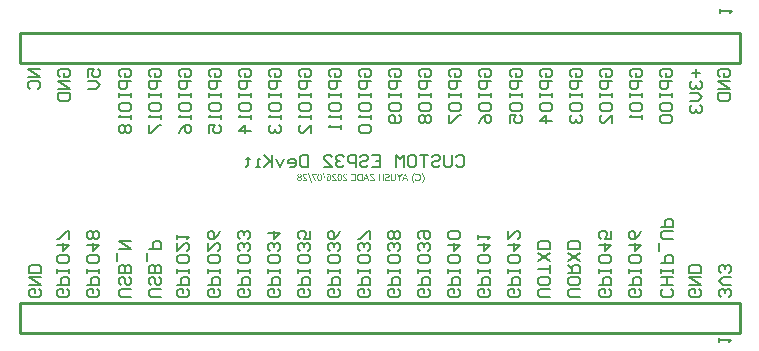
<source format=gbo>
G04*
G04 #@! TF.GenerationSoftware,Altium Limited,Altium Designer,24.9.1 (31)*
G04*
G04 Layer_Color=32896*
%FSLAX25Y25*%
%MOIN*%
G70*
G04*
G04 #@! TF.SameCoordinates,0C4B9269-15E2-45E3-B218-B4FFBFC8B41E*
G04*
G04*
G04 #@! TF.FilePolarity,Positive*
G04*
G01*
G75*
%ADD13C,0.01000*%
%ADD14C,0.00600*%
G36*
X138663Y53123D02*
X138723Y53119D01*
X138782Y53112D01*
X138834Y53104D01*
X138878Y53093D01*
X138911Y53086D01*
X138934Y53082D01*
X138937Y53078D01*
X138941D01*
X139004Y53060D01*
X139059Y53041D01*
X139107Y53027D01*
X139144Y53012D01*
X139178Y52997D01*
X139200Y52986D01*
X139215Y52982D01*
X139218Y52978D01*
Y52638D01*
X139204D01*
X139170Y52660D01*
X139137Y52679D01*
X139122Y52686D01*
X139111Y52694D01*
X139104Y52701D01*
X139100D01*
X139052Y52731D01*
X139011Y52753D01*
X138996Y52760D01*
X138982Y52768D01*
X138974Y52771D01*
X138970D01*
X138908Y52794D01*
X138882Y52805D01*
X138856Y52812D01*
X138834Y52819D01*
X138815Y52823D01*
X138804Y52827D01*
X138800D01*
X138734Y52842D01*
X138708Y52845D01*
X138678D01*
X138660Y52849D01*
X138626D01*
X138564Y52845D01*
X138534Y52842D01*
X138512Y52838D01*
X138493Y52830D01*
X138475Y52827D01*
X138467Y52823D01*
X138464D01*
X138412Y52801D01*
X138367Y52775D01*
X138353Y52768D01*
X138341Y52757D01*
X138334Y52753D01*
X138330Y52749D01*
X138293Y52708D01*
X138268Y52668D01*
X138260Y52649D01*
X138253Y52638D01*
X138245Y52627D01*
Y52623D01*
X138227Y52564D01*
X138216Y52505D01*
X138212Y52483D01*
Y52464D01*
Y52449D01*
Y52446D01*
X138216Y52375D01*
X138227Y52305D01*
X138245Y52242D01*
X138264Y52187D01*
X138282Y52139D01*
X138301Y52102D01*
X138304Y52087D01*
X138312Y52076D01*
X138316Y52072D01*
Y52068D01*
X138338Y52031D01*
X138360Y51994D01*
X138416Y51917D01*
X138478Y51835D01*
X138541Y51758D01*
X138597Y51691D01*
X138623Y51661D01*
X138645Y51635D01*
X138663Y51613D01*
X138678Y51598D01*
X138686Y51587D01*
X138689Y51584D01*
X138741Y51528D01*
X138789Y51476D01*
X138837Y51428D01*
X138882Y51384D01*
X138919Y51347D01*
X138945Y51321D01*
X138963Y51302D01*
X138970Y51295D01*
X139078Y51191D01*
X139126Y51140D01*
X139174Y51095D01*
X139211Y51058D01*
X139244Y51029D01*
X139263Y51010D01*
X139267Y51006D01*
X139270Y51003D01*
Y50666D01*
X137783D01*
Y50943D01*
X138970D01*
X138926Y50984D01*
X138878Y51029D01*
X138826Y51077D01*
X138778Y51121D01*
X138737Y51158D01*
X138700Y51191D01*
X138678Y51214D01*
X138674Y51217D01*
X138671Y51221D01*
X138601Y51288D01*
X138538Y51350D01*
X138478Y51410D01*
X138430Y51461D01*
X138390Y51506D01*
X138356Y51535D01*
X138338Y51558D01*
X138330Y51565D01*
X138264Y51639D01*
X138234Y51672D01*
X138208Y51706D01*
X138186Y51732D01*
X138168Y51750D01*
X138156Y51765D01*
X138153Y51769D01*
X138094Y51846D01*
X138071Y51880D01*
X138049Y51913D01*
X138031Y51939D01*
X138020Y51961D01*
X138012Y51976D01*
X138008Y51980D01*
X137968Y52057D01*
X137953Y52094D01*
X137938Y52127D01*
X137931Y52153D01*
X137923Y52179D01*
X137916Y52194D01*
Y52198D01*
X137898Y52290D01*
X137890Y52335D01*
X137886Y52375D01*
X137883Y52409D01*
Y52438D01*
Y52453D01*
Y52460D01*
X137886Y52516D01*
X137890Y52568D01*
X137912Y52668D01*
X137942Y52749D01*
X137979Y52819D01*
X137997Y52849D01*
X138016Y52871D01*
X138031Y52893D01*
X138046Y52912D01*
X138057Y52927D01*
X138068Y52938D01*
X138071Y52942D01*
X138075Y52945D01*
X138112Y52978D01*
X138153Y53004D01*
X138194Y53030D01*
X138238Y53049D01*
X138327Y53082D01*
X138412Y53104D01*
X138486Y53115D01*
X138519Y53123D01*
X138549D01*
X138571Y53127D01*
X138604D01*
X138663Y53123D01*
D02*
G37*
G36*
X135045Y53123D02*
X135104Y53119D01*
X135163Y53112D01*
X135215Y53104D01*
X135259Y53093D01*
X135293Y53086D01*
X135315Y53082D01*
X135319Y53078D01*
X135322D01*
X135385Y53060D01*
X135441Y53041D01*
X135489Y53027D01*
X135526Y53012D01*
X135559Y52997D01*
X135581Y52986D01*
X135596Y52982D01*
X135600Y52978D01*
Y52638D01*
X135585D01*
X135552Y52660D01*
X135518Y52679D01*
X135504Y52686D01*
X135493Y52694D01*
X135485Y52701D01*
X135481D01*
X135433Y52731D01*
X135393Y52753D01*
X135378Y52760D01*
X135363Y52768D01*
X135356Y52771D01*
X135352D01*
X135289Y52794D01*
X135263Y52805D01*
X135237Y52812D01*
X135215Y52819D01*
X135196Y52823D01*
X135185Y52827D01*
X135182D01*
X135115Y52842D01*
X135089Y52845D01*
X135060D01*
X135041Y52849D01*
X135008D01*
X134945Y52845D01*
X134915Y52842D01*
X134893Y52838D01*
X134875Y52830D01*
X134856Y52827D01*
X134849Y52823D01*
X134845D01*
X134793Y52801D01*
X134749Y52775D01*
X134734Y52768D01*
X134723Y52757D01*
X134715Y52753D01*
X134712Y52749D01*
X134675Y52708D01*
X134649Y52668D01*
X134642Y52649D01*
X134634Y52638D01*
X134627Y52627D01*
Y52623D01*
X134608Y52564D01*
X134597Y52505D01*
X134593Y52483D01*
Y52464D01*
Y52449D01*
Y52446D01*
X134597Y52375D01*
X134608Y52305D01*
X134627Y52242D01*
X134645Y52187D01*
X134664Y52139D01*
X134682Y52102D01*
X134686Y52087D01*
X134693Y52076D01*
X134697Y52072D01*
Y52068D01*
X134719Y52031D01*
X134741Y51994D01*
X134797Y51917D01*
X134860Y51835D01*
X134923Y51758D01*
X134978Y51691D01*
X135004Y51661D01*
X135026Y51635D01*
X135045Y51613D01*
X135060Y51598D01*
X135067Y51587D01*
X135071Y51584D01*
X135123Y51528D01*
X135171Y51476D01*
X135219Y51428D01*
X135263Y51384D01*
X135300Y51347D01*
X135326Y51321D01*
X135345Y51302D01*
X135352Y51295D01*
X135459Y51191D01*
X135507Y51140D01*
X135555Y51095D01*
X135592Y51058D01*
X135626Y51029D01*
X135644Y51010D01*
X135648Y51006D01*
X135652Y51003D01*
Y50666D01*
X134164D01*
Y50943D01*
X135352D01*
X135308Y50984D01*
X135259Y51029D01*
X135208Y51077D01*
X135160Y51121D01*
X135119Y51158D01*
X135082Y51191D01*
X135060Y51214D01*
X135056Y51217D01*
X135052Y51221D01*
X134982Y51288D01*
X134919Y51350D01*
X134860Y51410D01*
X134812Y51461D01*
X134771Y51506D01*
X134738Y51535D01*
X134719Y51558D01*
X134712Y51565D01*
X134645Y51639D01*
X134616Y51672D01*
X134590Y51706D01*
X134567Y51732D01*
X134549Y51750D01*
X134538Y51765D01*
X134534Y51769D01*
X134475Y51846D01*
X134453Y51880D01*
X134431Y51913D01*
X134412Y51939D01*
X134401Y51961D01*
X134394Y51976D01*
X134390Y51980D01*
X134349Y52057D01*
X134334Y52094D01*
X134320Y52127D01*
X134312Y52153D01*
X134305Y52179D01*
X134297Y52194D01*
Y52198D01*
X134279Y52290D01*
X134272Y52335D01*
X134268Y52375D01*
X134264Y52409D01*
Y52438D01*
Y52453D01*
Y52460D01*
X134268Y52516D01*
X134272Y52568D01*
X134294Y52668D01*
X134323Y52749D01*
X134360Y52819D01*
X134379Y52849D01*
X134397Y52871D01*
X134412Y52893D01*
X134427Y52912D01*
X134438Y52927D01*
X134449Y52938D01*
X134453Y52942D01*
X134457Y52945D01*
X134494Y52978D01*
X134534Y53004D01*
X134575Y53030D01*
X134619Y53049D01*
X134708Y53082D01*
X134793Y53104D01*
X134867Y53115D01*
X134900Y53123D01*
X134930D01*
X134952Y53127D01*
X134986D01*
X135045Y53123D01*
D02*
G37*
G36*
X125277D02*
X125336Y53119D01*
X125395Y53112D01*
X125447Y53104D01*
X125491Y53093D01*
X125525Y53086D01*
X125547Y53082D01*
X125551Y53078D01*
X125554D01*
X125617Y53060D01*
X125673Y53041D01*
X125721Y53027D01*
X125758Y53012D01*
X125791Y52997D01*
X125813Y52986D01*
X125828Y52982D01*
X125832Y52978D01*
Y52638D01*
X125817D01*
X125784Y52660D01*
X125750Y52679D01*
X125736Y52686D01*
X125724Y52694D01*
X125717Y52701D01*
X125713D01*
X125665Y52731D01*
X125625Y52753D01*
X125610Y52760D01*
X125595Y52768D01*
X125588Y52771D01*
X125584D01*
X125521Y52794D01*
X125495Y52805D01*
X125469Y52812D01*
X125447Y52819D01*
X125428Y52823D01*
X125417Y52827D01*
X125414D01*
X125347Y52842D01*
X125321Y52845D01*
X125292D01*
X125273Y52849D01*
X125240D01*
X125177Y52845D01*
X125147Y52842D01*
X125125Y52838D01*
X125107Y52830D01*
X125088Y52827D01*
X125081Y52823D01*
X125077D01*
X125025Y52801D01*
X124981Y52775D01*
X124966Y52768D01*
X124955Y52757D01*
X124948Y52753D01*
X124944Y52749D01*
X124907Y52708D01*
X124881Y52668D01*
X124873Y52649D01*
X124866Y52638D01*
X124859Y52627D01*
Y52623D01*
X124840Y52564D01*
X124829Y52505D01*
X124825Y52483D01*
Y52464D01*
Y52449D01*
Y52446D01*
X124829Y52375D01*
X124840Y52305D01*
X124859Y52242D01*
X124877Y52187D01*
X124896Y52139D01*
X124914Y52102D01*
X124918Y52087D01*
X124925Y52076D01*
X124929Y52072D01*
Y52068D01*
X124951Y52031D01*
X124973Y51994D01*
X125029Y51917D01*
X125092Y51835D01*
X125155Y51758D01*
X125210Y51691D01*
X125236Y51661D01*
X125258Y51635D01*
X125277Y51613D01*
X125292Y51598D01*
X125299Y51587D01*
X125303Y51584D01*
X125355Y51528D01*
X125403Y51476D01*
X125451Y51428D01*
X125495Y51384D01*
X125532Y51347D01*
X125558Y51321D01*
X125576Y51302D01*
X125584Y51295D01*
X125691Y51191D01*
X125739Y51140D01*
X125787Y51095D01*
X125824Y51058D01*
X125858Y51029D01*
X125876Y51010D01*
X125880Y51006D01*
X125884Y51003D01*
Y50666D01*
X124396D01*
Y50943D01*
X125584D01*
X125540Y50984D01*
X125491Y51029D01*
X125440Y51077D01*
X125391Y51121D01*
X125351Y51158D01*
X125314Y51191D01*
X125292Y51214D01*
X125288Y51217D01*
X125284Y51221D01*
X125214Y51288D01*
X125151Y51350D01*
X125092Y51410D01*
X125044Y51461D01*
X125003Y51506D01*
X124970Y51535D01*
X124951Y51558D01*
X124944Y51565D01*
X124877Y51639D01*
X124848Y51672D01*
X124822Y51706D01*
X124800Y51732D01*
X124781Y51750D01*
X124770Y51765D01*
X124766Y51769D01*
X124707Y51846D01*
X124685Y51880D01*
X124663Y51913D01*
X124644Y51939D01*
X124633Y51961D01*
X124626Y51976D01*
X124622Y51980D01*
X124581Y52057D01*
X124566Y52094D01*
X124552Y52127D01*
X124544Y52153D01*
X124537Y52179D01*
X124529Y52194D01*
Y52198D01*
X124511Y52290D01*
X124504Y52335D01*
X124500Y52375D01*
X124496Y52409D01*
Y52438D01*
Y52453D01*
Y52460D01*
X124500Y52516D01*
X124504Y52568D01*
X124526Y52668D01*
X124555Y52749D01*
X124592Y52819D01*
X124611Y52849D01*
X124629Y52871D01*
X124644Y52893D01*
X124659Y52912D01*
X124670Y52927D01*
X124681Y52938D01*
X124685Y52942D01*
X124688Y52945D01*
X124725Y52978D01*
X124766Y53004D01*
X124807Y53030D01*
X124851Y53049D01*
X124940Y53082D01*
X125025Y53104D01*
X125099Y53115D01*
X125133Y53123D01*
X125162D01*
X125184Y53127D01*
X125218D01*
X125277Y53123D01*
D02*
G37*
G36*
X151451Y50666D02*
X151129D01*
Y51846D01*
X150026D01*
Y50666D01*
X149704D01*
Y53075D01*
X150026D01*
Y52131D01*
X151129D01*
Y53075D01*
X151451D01*
Y50666D01*
D02*
G37*
G36*
X132903Y53115D02*
X132991Y53104D01*
X133076Y53086D01*
X133147Y53067D01*
X133202Y53049D01*
X133228Y53041D01*
X133247Y53030D01*
X133261Y53027D01*
X133273Y53019D01*
X133280Y53016D01*
X133284D01*
X133358Y52975D01*
X133424Y52927D01*
X133480Y52879D01*
X133528Y52834D01*
X133569Y52794D01*
X133598Y52760D01*
X133613Y52738D01*
X133620Y52734D01*
Y52731D01*
X133668Y52657D01*
X133709Y52583D01*
X133742Y52509D01*
X133772Y52438D01*
X133794Y52379D01*
X133802Y52353D01*
X133809Y52331D01*
X133813Y52312D01*
X133816Y52298D01*
X133820Y52290D01*
Y52287D01*
X133842Y52190D01*
X133857Y52091D01*
X133868Y51998D01*
X133876Y51909D01*
X133879Y51868D01*
Y51835D01*
Y51802D01*
X133883Y51772D01*
Y51750D01*
Y51735D01*
Y51724D01*
Y51720D01*
X133879Y51606D01*
X133872Y51502D01*
X133861Y51410D01*
X133853Y51369D01*
X133846Y51328D01*
X133842Y51295D01*
X133835Y51265D01*
X133827Y51240D01*
X133824Y51221D01*
X133820Y51202D01*
X133816Y51191D01*
X133813Y51184D01*
Y51180D01*
X133783Y51103D01*
X133754Y51032D01*
X133720Y50973D01*
X133691Y50925D01*
X133661Y50884D01*
X133639Y50855D01*
X133624Y50840D01*
X133620Y50832D01*
X133580Y50792D01*
X133539Y50758D01*
X133498Y50733D01*
X133461Y50707D01*
X133432Y50688D01*
X133406Y50677D01*
X133391Y50670D01*
X133384Y50666D01*
X133332Y50647D01*
X133280Y50636D01*
X133232Y50625D01*
X133184Y50622D01*
X133147Y50618D01*
X133113Y50614D01*
X133088D01*
X133028Y50618D01*
X132973Y50622D01*
X132921Y50633D01*
X132877Y50644D01*
X132843Y50651D01*
X132814Y50662D01*
X132799Y50666D01*
X132791Y50670D01*
X132743Y50696D01*
X132699Y50722D01*
X132658Y50751D01*
X132621Y50777D01*
X132592Y50803D01*
X132570Y50821D01*
X132555Y50836D01*
X132551Y50840D01*
X132514Y50881D01*
X132481Y50925D01*
X132451Y50966D01*
X132429Y51010D01*
X132410Y51043D01*
X132396Y51073D01*
X132388Y51091D01*
X132385Y51099D01*
X132362Y51158D01*
X132348Y51221D01*
X132336Y51276D01*
X132329Y51332D01*
X132325Y51376D01*
X132322Y51413D01*
Y51424D01*
Y51436D01*
Y51439D01*
Y51443D01*
X132325Y51517D01*
X132333Y51587D01*
X132344Y51647D01*
X132355Y51702D01*
X132366Y51743D01*
X132377Y51776D01*
X132385Y51794D01*
X132388Y51802D01*
X132414Y51857D01*
X132444Y51909D01*
X132477Y51950D01*
X132510Y51987D01*
X132540Y52017D01*
X132562Y52039D01*
X132577Y52053D01*
X132584Y52057D01*
X132625Y52087D01*
X132666Y52113D01*
X132706Y52131D01*
X132740Y52146D01*
X132766Y52157D01*
X132788Y52165D01*
X132803Y52172D01*
X132806D01*
X132888Y52190D01*
X132928Y52194D01*
X132965Y52198D01*
X132999Y52201D01*
X133102D01*
X133154Y52194D01*
X133198Y52187D01*
X133239Y52179D01*
X133269Y52172D01*
X133295Y52165D01*
X133309Y52161D01*
X133317Y52157D01*
X133402Y52120D01*
X133443Y52098D01*
X133476Y52079D01*
X133506Y52061D01*
X133531Y52046D01*
X133546Y52035D01*
X133550Y52031D01*
X133543Y52105D01*
X133531Y52172D01*
X133517Y52235D01*
X133502Y52294D01*
X133483Y52350D01*
X133465Y52398D01*
X133446Y52442D01*
X133428Y52483D01*
X133409Y52520D01*
X133391Y52549D01*
X133376Y52575D01*
X133361Y52597D01*
X133350Y52612D01*
X133339Y52623D01*
X133335Y52631D01*
X133332Y52634D01*
X133295Y52671D01*
X133258Y52705D01*
X133217Y52731D01*
X133176Y52753D01*
X133099Y52790D01*
X133021Y52816D01*
X132951Y52830D01*
X132921Y52834D01*
X132895Y52838D01*
X132877Y52842D01*
X132847D01*
X132780Y52838D01*
X132751Y52834D01*
X132725Y52830D01*
X132703Y52827D01*
X132688Y52823D01*
X132677Y52819D01*
X132673D01*
X132643Y52812D01*
X132618Y52805D01*
X132595Y52797D01*
X132577Y52794D01*
X132562Y52786D01*
X132551Y52782D01*
X132547Y52779D01*
X132529D01*
Y53082D01*
X132573Y53093D01*
X132614Y53101D01*
X132629Y53104D01*
X132643Y53108D01*
X132655D01*
X132706Y53115D01*
X132755Y53119D01*
X132803D01*
X132903Y53115D01*
D02*
G37*
G36*
X156827Y51695D02*
Y50666D01*
X156505D01*
Y51732D01*
X155691Y53075D01*
X156035D01*
X156664Y52013D01*
X157285Y53075D01*
X157641D01*
X156827Y51695D01*
D02*
G37*
G36*
X162806Y53115D02*
X162887Y53104D01*
X162965Y53093D01*
X163028Y53078D01*
X163083Y53060D01*
X163106Y53053D01*
X163124Y53049D01*
X163139Y53041D01*
X163150Y53038D01*
X163154Y53034D01*
X163157D01*
X163228Y53001D01*
X163294Y52960D01*
X163350Y52919D01*
X163402Y52879D01*
X163442Y52842D01*
X163472Y52812D01*
X163490Y52794D01*
X163498Y52790D01*
Y52786D01*
X163550Y52723D01*
X163594Y52653D01*
X163635Y52590D01*
X163664Y52527D01*
X163690Y52475D01*
X163709Y52431D01*
X163716Y52416D01*
X163720Y52405D01*
X163724Y52398D01*
Y52394D01*
X163749Y52305D01*
X163768Y52216D01*
X163779Y52127D01*
X163786Y52046D01*
X163790Y52005D01*
X163794Y51972D01*
Y51942D01*
X163797Y51917D01*
Y51894D01*
Y51880D01*
Y51868D01*
Y51865D01*
X163794Y51754D01*
X163786Y51654D01*
X163772Y51561D01*
X163757Y51480D01*
X163753Y51447D01*
X163746Y51417D01*
X163738Y51388D01*
X163731Y51365D01*
X163727Y51347D01*
X163724Y51336D01*
X163720Y51328D01*
Y51325D01*
X163687Y51240D01*
X163653Y51165D01*
X163616Y51099D01*
X163579Y51043D01*
X163546Y50999D01*
X163520Y50966D01*
X163505Y50943D01*
X163498Y50936D01*
X163442Y50881D01*
X163383Y50832D01*
X163328Y50792D01*
X163272Y50758D01*
X163228Y50733D01*
X163191Y50714D01*
X163176Y50707D01*
X163165Y50703D01*
X163161Y50699D01*
X163157D01*
X163080Y50673D01*
X163006Y50655D01*
X162932Y50640D01*
X162865Y50633D01*
X162806Y50625D01*
X162780D01*
X162761Y50622D01*
X162669D01*
X162625Y50625D01*
X162584Y50629D01*
X162551Y50633D01*
X162525D01*
X162503Y50636D01*
X162491Y50640D01*
X162488D01*
X162417Y50655D01*
X162384Y50662D01*
X162355Y50670D01*
X162329Y50677D01*
X162310Y50684D01*
X162295Y50688D01*
X162292D01*
X162255Y50699D01*
X162221Y50714D01*
X162195Y50725D01*
X162170Y50733D01*
X162147Y50744D01*
X162133Y50747D01*
X162125Y50755D01*
X162121D01*
X162070Y50781D01*
X162018Y50803D01*
X161999Y50810D01*
X161985Y50818D01*
X161973Y50825D01*
X161970D01*
Y51210D01*
X161996D01*
X162029Y51177D01*
X162062Y51147D01*
X162077Y51136D01*
X162088Y51125D01*
X162095Y51121D01*
X162099Y51117D01*
X162151Y51080D01*
X162199Y51047D01*
X162218Y51036D01*
X162236Y51025D01*
X162247Y51021D01*
X162251Y51017D01*
X162321Y50984D01*
X162358Y50969D01*
X162391Y50955D01*
X162421Y50947D01*
X162443Y50940D01*
X162458Y50932D01*
X162462D01*
X162551Y50914D01*
X162595Y50906D01*
X162632Y50903D01*
X162669D01*
X162695Y50899D01*
X162717D01*
X162773Y50903D01*
X162828Y50910D01*
X162876Y50918D01*
X162921Y50929D01*
X162958Y50940D01*
X162987Y50951D01*
X163002Y50955D01*
X163009Y50958D01*
X163057Y50984D01*
X163102Y51010D01*
X163143Y51043D01*
X163176Y51073D01*
X163206Y51099D01*
X163224Y51121D01*
X163239Y51136D01*
X163242Y51140D01*
X163279Y51188D01*
X163313Y51240D01*
X163339Y51288D01*
X163361Y51336D01*
X163379Y51376D01*
X163394Y51410D01*
X163402Y51432D01*
X163405Y51436D01*
Y51439D01*
X163424Y51510D01*
X163439Y51580D01*
X163450Y51654D01*
X163457Y51720D01*
X163461Y51776D01*
Y51802D01*
X163464Y51824D01*
Y51843D01*
Y51854D01*
Y51861D01*
Y51865D01*
X163461Y51950D01*
X163457Y52028D01*
X163446Y52098D01*
X163435Y52161D01*
X163427Y52213D01*
X163416Y52250D01*
X163413Y52264D01*
Y52276D01*
X163409Y52279D01*
Y52283D01*
X163387Y52350D01*
X163361Y52409D01*
X163335Y52460D01*
X163309Y52505D01*
X163287Y52542D01*
X163268Y52568D01*
X163254Y52586D01*
X163250Y52590D01*
X163209Y52634D01*
X163169Y52671D01*
X163128Y52701D01*
X163091Y52727D01*
X163057Y52749D01*
X163032Y52764D01*
X163017Y52771D01*
X163009Y52775D01*
X162958Y52797D01*
X162906Y52812D01*
X162858Y52827D01*
X162813Y52834D01*
X162773Y52838D01*
X162743Y52842D01*
X162665D01*
X162617Y52838D01*
X162576Y52830D01*
X162540Y52827D01*
X162510Y52819D01*
X162488Y52812D01*
X162473Y52808D01*
X162469D01*
X162391Y52782D01*
X162358Y52768D01*
X162329Y52757D01*
X162303Y52745D01*
X162284Y52734D01*
X162273Y52731D01*
X162269Y52727D01*
X162203Y52686D01*
X162177Y52668D01*
X162151Y52649D01*
X162133Y52638D01*
X162118Y52627D01*
X162110Y52620D01*
X162107Y52616D01*
X162062Y52579D01*
X162025Y52553D01*
X162003Y52535D01*
X161999Y52527D01*
X161970D01*
Y52912D01*
X162029Y52945D01*
X162058Y52956D01*
X162081Y52971D01*
X162103Y52978D01*
X162118Y52986D01*
X162129Y52993D01*
X162133D01*
X162192Y53019D01*
X162218Y53027D01*
X162243Y53038D01*
X162262Y53045D01*
X162277Y53049D01*
X162288Y53053D01*
X162292D01*
X162362Y53071D01*
X162395Y53082D01*
X162425Y53089D01*
X162451Y53093D01*
X162473Y53097D01*
X162488Y53101D01*
X162491D01*
X162569Y53112D01*
X162610Y53115D01*
X162643D01*
X162673Y53119D01*
X162717D01*
X162806Y53115D01*
D02*
G37*
G36*
X155498Y51569D02*
X155495Y51476D01*
X155491Y51395D01*
X155484Y51321D01*
X155473Y51258D01*
X155465Y51206D01*
X155458Y51169D01*
X155454Y51154D01*
Y51143D01*
X155450Y51140D01*
Y51136D01*
X155428Y51073D01*
X155398Y51014D01*
X155369Y50962D01*
X155339Y50918D01*
X155313Y50884D01*
X155291Y50855D01*
X155273Y50840D01*
X155269Y50832D01*
X155225Y50796D01*
X155180Y50762D01*
X155136Y50733D01*
X155095Y50710D01*
X155058Y50692D01*
X155028Y50681D01*
X155010Y50673D01*
X155003Y50670D01*
X154940Y50651D01*
X154877Y50636D01*
X154814Y50629D01*
X154755Y50622D01*
X154707Y50618D01*
X154666Y50614D01*
X154629D01*
X154548Y50618D01*
X154477Y50622D01*
X154414Y50629D01*
X154359Y50640D01*
X154314Y50651D01*
X154281Y50659D01*
X154263Y50662D01*
X154255Y50666D01*
X154200Y50688D01*
X154148Y50714D01*
X154104Y50744D01*
X154067Y50770D01*
X154033Y50796D01*
X154007Y50814D01*
X153992Y50829D01*
X153989Y50832D01*
X153944Y50881D01*
X153907Y50932D01*
X153874Y50984D01*
X153848Y51032D01*
X153830Y51073D01*
X153819Y51106D01*
X153811Y51129D01*
X153807Y51132D01*
Y51136D01*
X153789Y51206D01*
X153778Y51280D01*
X153767Y51354D01*
X153763Y51421D01*
X153759Y51480D01*
X153756Y51506D01*
Y51528D01*
Y51543D01*
Y51558D01*
Y51565D01*
Y51569D01*
Y53075D01*
X154078D01*
Y51565D01*
Y51506D01*
X154081Y51454D01*
X154085Y51406D01*
X154089Y51369D01*
X154092Y51336D01*
X154096Y51310D01*
X154100Y51295D01*
Y51291D01*
X154122Y51214D01*
X154137Y51177D01*
X154148Y51147D01*
X154163Y51125D01*
X154170Y51103D01*
X154177Y51091D01*
X154181Y51088D01*
X154207Y51055D01*
X154237Y51025D01*
X154270Y50999D01*
X154300Y50977D01*
X154325Y50962D01*
X154348Y50951D01*
X154362Y50943D01*
X154366Y50940D01*
X154411Y50925D01*
X154455Y50914D01*
X154499Y50903D01*
X154540Y50899D01*
X154577Y50895D01*
X154603Y50892D01*
X154629D01*
X154684Y50895D01*
X154740Y50899D01*
X154784Y50906D01*
X154825Y50918D01*
X154855Y50925D01*
X154880Y50932D01*
X154895Y50936D01*
X154899Y50940D01*
X154940Y50962D01*
X154973Y50984D01*
X155003Y51010D01*
X155028Y51032D01*
X155051Y51055D01*
X155066Y51073D01*
X155073Y51084D01*
X155077Y51088D01*
X155114Y51158D01*
X155128Y51191D01*
X155140Y51225D01*
X155147Y51251D01*
X155154Y51273D01*
X155158Y51288D01*
Y51291D01*
X155165Y51336D01*
X155169Y51384D01*
X155173Y51432D01*
Y51476D01*
X155176Y51513D01*
Y51547D01*
Y51565D01*
Y51573D01*
Y53075D01*
X155498D01*
Y51569D01*
D02*
G37*
G36*
X159624Y50666D02*
X159302D01*
X159084Y51336D01*
X158166D01*
X157948Y50666D01*
X157607D01*
X158421Y53075D01*
X158814D01*
X159624Y50666D01*
D02*
G37*
G36*
X148269Y52790D02*
X147037D01*
X148328Y50962D01*
Y50666D01*
X146644D01*
Y50951D01*
X147984D01*
X146678Y52782D01*
Y53075D01*
X148269D01*
Y52790D01*
D02*
G37*
G36*
X146589Y50666D02*
X146267D01*
X146049Y51336D01*
X145131D01*
X144913Y50666D01*
X144572D01*
X145386Y53075D01*
X145779D01*
X146589Y50666D01*
D02*
G37*
G36*
X144343D02*
X143688D01*
X143592Y50673D01*
X143510Y50677D01*
X143440Y50684D01*
X143385Y50692D01*
X143362Y50696D01*
X143344D01*
X143329Y50699D01*
X143318Y50703D01*
X143311D01*
X143240Y50722D01*
X143174Y50744D01*
X143111Y50770D01*
X143055Y50796D01*
X143007Y50818D01*
X142970Y50840D01*
X142959Y50847D01*
X142948Y50855D01*
X142944Y50858D01*
X142941D01*
X142859Y50918D01*
X142789Y50984D01*
X142726Y51055D01*
X142678Y51121D01*
X142637Y51177D01*
X142619Y51202D01*
X142608Y51225D01*
X142596Y51243D01*
X142589Y51258D01*
X142582Y51265D01*
Y51269D01*
X142537Y51373D01*
X142504Y51476D01*
X142482Y51576D01*
X142463Y51669D01*
X142460Y51709D01*
X142456Y51746D01*
X142452Y51780D01*
Y51809D01*
X142448Y51832D01*
Y51850D01*
Y51861D01*
Y51865D01*
X142452Y51994D01*
X142467Y52109D01*
X142478Y52165D01*
X142489Y52213D01*
X142500Y52261D01*
X142511Y52301D01*
X142526Y52338D01*
X142537Y52372D01*
X142548Y52401D01*
X142556Y52427D01*
X142567Y52446D01*
X142571Y52460D01*
X142578Y52468D01*
Y52472D01*
X142630Y52564D01*
X142685Y52642D01*
X142748Y52712D01*
X142804Y52771D01*
X142856Y52819D01*
X142900Y52853D01*
X142915Y52868D01*
X142926Y52875D01*
X142933Y52882D01*
X142937D01*
X142989Y52916D01*
X143044Y52942D01*
X143100Y52967D01*
X143151Y52986D01*
X143200Y53001D01*
X143233Y53012D01*
X143248Y53019D01*
X143259D01*
X143263Y53023D01*
X143266D01*
X143344Y53041D01*
X143429Y53053D01*
X143518Y53064D01*
X143603Y53067D01*
X143681Y53071D01*
X143714Y53075D01*
X144343D01*
Y50666D01*
D02*
G37*
G36*
X142097D02*
X140591D01*
Y50951D01*
X141775D01*
Y51846D01*
X140673D01*
Y52131D01*
X141775D01*
Y52790D01*
X140591D01*
Y53075D01*
X142097D01*
Y50666D01*
D02*
G37*
G36*
X128977Y52794D02*
X127734D01*
X128836Y50666D01*
X128492D01*
X127449Y52716D01*
Y53075D01*
X128977D01*
Y52794D01*
D02*
G37*
G36*
X152657Y53115D02*
X152716Y53112D01*
X152831Y53089D01*
X152883Y53075D01*
X152931Y53056D01*
X152975Y53038D01*
X153016Y53019D01*
X153053Y53001D01*
X153082Y52982D01*
X153112Y52967D01*
X153134Y52949D01*
X153153Y52938D01*
X153164Y52927D01*
X153171Y52923D01*
X153175Y52919D01*
X153216Y52882D01*
X153249Y52842D01*
X153278Y52801D01*
X153304Y52757D01*
X153326Y52716D01*
X153345Y52675D01*
X153371Y52597D01*
X153389Y52531D01*
X153393Y52501D01*
X153397Y52475D01*
X153401Y52457D01*
Y52442D01*
Y52431D01*
Y52427D01*
X153397Y52375D01*
X153393Y52331D01*
X153386Y52287D01*
X153378Y52250D01*
X153371Y52220D01*
X153367Y52198D01*
X153360Y52183D01*
Y52179D01*
X153341Y52142D01*
X153323Y52105D01*
X153304Y52072D01*
X153286Y52046D01*
X153271Y52024D01*
X153256Y52005D01*
X153249Y51994D01*
X153245Y51991D01*
X153186Y51939D01*
X153130Y51898D01*
X153104Y51883D01*
X153086Y51872D01*
X153075Y51865D01*
X153071Y51861D01*
X152994Y51828D01*
X152956Y51813D01*
X152919Y51802D01*
X152890Y51791D01*
X152868Y51787D01*
X152849Y51780D01*
X152846D01*
X152797Y51765D01*
X152753Y51754D01*
X152712Y51746D01*
X152679Y51735D01*
X152653Y51728D01*
X152631Y51724D01*
X152620Y51720D01*
X152616D01*
X152546Y51706D01*
X152509Y51695D01*
X152479Y51687D01*
X152450Y51680D01*
X152427Y51676D01*
X152413Y51669D01*
X152409D01*
X152353Y51650D01*
X152309Y51628D01*
X152268Y51606D01*
X152239Y51584D01*
X152213Y51565D01*
X152198Y51547D01*
X152187Y51535D01*
X152183Y51532D01*
X152157Y51495D01*
X152139Y51458D01*
X152128Y51421D01*
X152117Y51384D01*
X152113Y51350D01*
X152109Y51325D01*
Y51306D01*
Y51299D01*
X152117Y51236D01*
X152131Y51177D01*
X152154Y51129D01*
X152176Y51084D01*
X152202Y51051D01*
X152224Y51025D01*
X152239Y51010D01*
X152246Y51006D01*
X152302Y50969D01*
X152368Y50943D01*
X152435Y50925D01*
X152498Y50914D01*
X152557Y50906D01*
X152583Y50903D01*
X152605Y50899D01*
X152649D01*
X152720Y50903D01*
X152790Y50910D01*
X152857Y50925D01*
X152916Y50940D01*
X152964Y50951D01*
X153005Y50966D01*
X153019Y50969D01*
X153031Y50973D01*
X153034Y50977D01*
X153038D01*
X153112Y51010D01*
X153179Y51047D01*
X153238Y51088D01*
X153293Y51125D01*
X153338Y51158D01*
X153367Y51184D01*
X153389Y51202D01*
X153393Y51210D01*
X153419D01*
Y50807D01*
X153297Y50755D01*
X153241Y50729D01*
X153186Y50710D01*
X153141Y50696D01*
X153104Y50684D01*
X153093Y50681D01*
X153082Y50677D01*
X153079Y50673D01*
X153075D01*
X153001Y50655D01*
X152927Y50644D01*
X152853Y50633D01*
X152783Y50629D01*
X152720Y50625D01*
X152694Y50622D01*
X152627D01*
X152550Y50625D01*
X152479Y50629D01*
X152416Y50640D01*
X152361Y50651D01*
X152320Y50659D01*
X152287Y50670D01*
X152268Y50673D01*
X152261Y50677D01*
X152205Y50699D01*
X152157Y50725D01*
X152113Y50755D01*
X152072Y50781D01*
X152043Y50803D01*
X152017Y50821D01*
X152002Y50836D01*
X151998Y50840D01*
X151961Y50877D01*
X151928Y50914D01*
X151902Y50955D01*
X151876Y50988D01*
X151861Y51021D01*
X151847Y51047D01*
X151839Y51062D01*
X151835Y51069D01*
X151817Y51121D01*
X151802Y51173D01*
X151791Y51221D01*
X151784Y51262D01*
X151780Y51299D01*
X151776Y51328D01*
Y51343D01*
Y51350D01*
X151780Y51432D01*
X151795Y51506D01*
X151813Y51569D01*
X151835Y51624D01*
X151858Y51669D01*
X151876Y51702D01*
X151891Y51720D01*
X151895Y51728D01*
X151943Y51783D01*
X151998Y51828D01*
X152061Y51868D01*
X152120Y51902D01*
X152172Y51924D01*
X152216Y51942D01*
X152235Y51950D01*
X152246Y51954D01*
X152253Y51957D01*
X152257D01*
X152294Y51968D01*
X152335Y51980D01*
X152376Y51991D01*
X152416Y52002D01*
X152450Y52009D01*
X152476Y52017D01*
X152494Y52020D01*
X152501D01*
X152553Y52035D01*
X152601Y52046D01*
X152646Y52057D01*
X152683Y52065D01*
X152712Y52072D01*
X152734Y52079D01*
X152749Y52083D01*
X152753D01*
X152808Y52102D01*
X152857Y52124D01*
X152897Y52146D01*
X152931Y52168D01*
X152956Y52187D01*
X152975Y52201D01*
X152986Y52213D01*
X152990Y52216D01*
X153016Y52253D01*
X153034Y52294D01*
X153049Y52335D01*
X153056Y52372D01*
X153064Y52409D01*
X153068Y52435D01*
Y52453D01*
Y52460D01*
X153060Y52520D01*
X153045Y52575D01*
X153023Y52623D01*
X152997Y52660D01*
X152975Y52694D01*
X152953Y52716D01*
X152938Y52731D01*
X152931Y52734D01*
X152875Y52771D01*
X152816Y52797D01*
X152757Y52816D01*
X152698Y52827D01*
X152646Y52838D01*
X152605Y52842D01*
X152568D01*
X152494Y52838D01*
X152427Y52830D01*
X152361Y52816D01*
X152305Y52801D01*
X152257Y52786D01*
X152220Y52771D01*
X152209Y52768D01*
X152198Y52764D01*
X152194Y52760D01*
X152191D01*
X152124Y52731D01*
X152068Y52701D01*
X152017Y52668D01*
X151976Y52642D01*
X151939Y52616D01*
X151917Y52597D01*
X151898Y52583D01*
X151895Y52579D01*
X151869D01*
Y52960D01*
X151987Y53012D01*
X152043Y53030D01*
X152094Y53049D01*
X152139Y53060D01*
X152176Y53071D01*
X152198Y53078D01*
X152205D01*
X152276Y53093D01*
X152342Y53101D01*
X152405Y53108D01*
X152464Y53115D01*
X152516D01*
X152557Y53119D01*
X152590D01*
X152657Y53115D01*
D02*
G37*
G36*
X136806Y53123D02*
X136873Y53115D01*
X136935Y53097D01*
X136995Y53078D01*
X137047Y53056D01*
X137095Y53030D01*
X137139Y53004D01*
X137176Y52975D01*
X137209Y52945D01*
X137239Y52919D01*
X137265Y52893D01*
X137283Y52871D01*
X137302Y52853D01*
X137313Y52838D01*
X137317Y52827D01*
X137320Y52823D01*
X137354Y52764D01*
X137380Y52694D01*
X137405Y52623D01*
X137428Y52546D01*
X137461Y52386D01*
X137483Y52231D01*
X137490Y52157D01*
X137494Y52091D01*
X137498Y52028D01*
X137502Y51976D01*
X137505Y51931D01*
Y51898D01*
Y51876D01*
Y51872D01*
Y51868D01*
X137502Y51754D01*
X137498Y51647D01*
X137487Y51547D01*
X137476Y51450D01*
X137461Y51365D01*
X137446Y51288D01*
X137431Y51217D01*
X137413Y51158D01*
X137394Y51103D01*
X137380Y51055D01*
X137365Y51014D01*
X137350Y50981D01*
X137339Y50955D01*
X137328Y50936D01*
X137324Y50925D01*
X137320Y50921D01*
X137283Y50866D01*
X137243Y50821D01*
X137198Y50781D01*
X137150Y50744D01*
X137102Y50714D01*
X137054Y50688D01*
X137006Y50670D01*
X136958Y50651D01*
X136913Y50640D01*
X136873Y50629D01*
X136836Y50625D01*
X136802Y50618D01*
X136773D01*
X136754Y50614D01*
X136736D01*
X136665Y50618D01*
X136599Y50629D01*
X136536Y50644D01*
X136480Y50662D01*
X136429Y50684D01*
X136381Y50710D01*
X136336Y50736D01*
X136299Y50766D01*
X136266Y50796D01*
X136236Y50821D01*
X136210Y50847D01*
X136192Y50870D01*
X136173Y50888D01*
X136162Y50906D01*
X136159Y50914D01*
X136155Y50918D01*
X136121Y50977D01*
X136092Y51047D01*
X136066Y51117D01*
X136044Y51195D01*
X136011Y51350D01*
X135988Y51506D01*
X135981Y51580D01*
X135977Y51647D01*
X135974Y51709D01*
X135970Y51761D01*
X135966Y51806D01*
Y51839D01*
Y51861D01*
Y51868D01*
X135970Y51983D01*
X135974Y52091D01*
X135985Y52190D01*
X135996Y52283D01*
X136011Y52368D01*
X136025Y52442D01*
X136044Y52512D01*
X136059Y52575D01*
X136077Y52631D01*
X136096Y52679D01*
X136110Y52719D01*
X136125Y52753D01*
X136136Y52779D01*
X136147Y52797D01*
X136151Y52808D01*
X136155Y52812D01*
X136192Y52868D01*
X136232Y52916D01*
X136277Y52956D01*
X136325Y52993D01*
X136373Y53023D01*
X136421Y53049D01*
X136469Y53071D01*
X136514Y53086D01*
X136558Y53101D01*
X136599Y53112D01*
X136639Y53115D01*
X136669Y53123D01*
X136699D01*
X136717Y53127D01*
X136736D01*
X136806Y53123D01*
D02*
G37*
G36*
X130113Y53123D02*
X130179Y53115D01*
X130242Y53097D01*
X130301Y53078D01*
X130353Y53056D01*
X130401Y53030D01*
X130446Y53004D01*
X130483Y52975D01*
X130516Y52945D01*
X130546Y52919D01*
X130571Y52893D01*
X130590Y52871D01*
X130608Y52853D01*
X130620Y52838D01*
X130623Y52827D01*
X130627Y52823D01*
X130660Y52764D01*
X130686Y52694D01*
X130712Y52623D01*
X130734Y52546D01*
X130768Y52386D01*
X130790Y52231D01*
X130797Y52157D01*
X130801Y52091D01*
X130805Y52028D01*
X130808Y51976D01*
X130812Y51931D01*
Y51898D01*
Y51876D01*
Y51872D01*
Y51868D01*
X130808Y51754D01*
X130805Y51647D01*
X130793Y51547D01*
X130782Y51450D01*
X130768Y51365D01*
X130753Y51288D01*
X130738Y51217D01*
X130719Y51158D01*
X130701Y51103D01*
X130686Y51055D01*
X130671Y51014D01*
X130657Y50981D01*
X130646Y50955D01*
X130634Y50936D01*
X130631Y50925D01*
X130627Y50921D01*
X130590Y50866D01*
X130549Y50821D01*
X130505Y50781D01*
X130457Y50744D01*
X130409Y50714D01*
X130361Y50688D01*
X130313Y50670D01*
X130264Y50651D01*
X130220Y50640D01*
X130179Y50629D01*
X130142Y50625D01*
X130109Y50618D01*
X130079D01*
X130061Y50614D01*
X130042D01*
X129972Y50618D01*
X129905Y50629D01*
X129843Y50644D01*
X129787Y50662D01*
X129735Y50684D01*
X129687Y50710D01*
X129643Y50736D01*
X129606Y50766D01*
X129572Y50796D01*
X129543Y50821D01*
X129517Y50847D01*
X129499Y50870D01*
X129480Y50888D01*
X129469Y50906D01*
X129465Y50914D01*
X129462Y50918D01*
X129428Y50977D01*
X129399Y51047D01*
X129373Y51117D01*
X129350Y51195D01*
X129317Y51350D01*
X129295Y51506D01*
X129288Y51580D01*
X129284Y51647D01*
X129280Y51709D01*
X129277Y51761D01*
X129273Y51806D01*
Y51839D01*
Y51861D01*
Y51868D01*
X129277Y51983D01*
X129280Y52091D01*
X129291Y52190D01*
X129302Y52283D01*
X129317Y52368D01*
X129332Y52442D01*
X129350Y52512D01*
X129365Y52575D01*
X129384Y52631D01*
X129402Y52679D01*
X129417Y52719D01*
X129432Y52753D01*
X129443Y52779D01*
X129454Y52797D01*
X129458Y52808D01*
X129462Y52812D01*
X129499Y52868D01*
X129539Y52916D01*
X129584Y52956D01*
X129632Y52993D01*
X129680Y53023D01*
X129728Y53049D01*
X129776Y53071D01*
X129820Y53086D01*
X129865Y53101D01*
X129905Y53112D01*
X129946Y53115D01*
X129976Y53123D01*
X130005D01*
X130024Y53127D01*
X130042D01*
X130113Y53123D01*
D02*
G37*
G36*
X123408D02*
X123460Y53119D01*
X123564Y53097D01*
X123653Y53071D01*
X123726Y53038D01*
X123760Y53019D01*
X123789Y53004D01*
X123812Y52986D01*
X123834Y52975D01*
X123849Y52964D01*
X123860Y52953D01*
X123867Y52949D01*
X123871Y52945D01*
X123908Y52912D01*
X123937Y52875D01*
X123963Y52834D01*
X123989Y52797D01*
X124026Y52723D01*
X124048Y52649D01*
X124063Y52586D01*
X124067Y52560D01*
X124071Y52535D01*
X124074Y52516D01*
Y52501D01*
Y52494D01*
Y52490D01*
X124071Y52424D01*
X124059Y52364D01*
X124048Y52312D01*
X124030Y52268D01*
X124015Y52231D01*
X124004Y52205D01*
X123993Y52190D01*
X123989Y52183D01*
X123952Y52139D01*
X123911Y52098D01*
X123867Y52057D01*
X123826Y52024D01*
X123786Y51998D01*
X123756Y51976D01*
X123734Y51961D01*
X123730Y51957D01*
X123726D01*
Y51950D01*
X123797Y51909D01*
X123860Y51868D01*
X123911Y51824D01*
X123952Y51780D01*
X123986Y51743D01*
X124011Y51713D01*
X124026Y51695D01*
X124030Y51691D01*
Y51687D01*
X124063Y51624D01*
X124089Y51561D01*
X124108Y51502D01*
X124119Y51447D01*
X124126Y51399D01*
X124134Y51362D01*
Y51347D01*
Y51336D01*
Y51332D01*
Y51328D01*
X124130Y51273D01*
X124126Y51221D01*
X124119Y51173D01*
X124108Y51132D01*
X124097Y51099D01*
X124089Y51069D01*
X124085Y51055D01*
X124082Y51047D01*
X124059Y50999D01*
X124037Y50955D01*
X124011Y50914D01*
X123986Y50881D01*
X123963Y50851D01*
X123945Y50832D01*
X123934Y50818D01*
X123930Y50814D01*
X123889Y50781D01*
X123849Y50747D01*
X123804Y50722D01*
X123764Y50699D01*
X123730Y50684D01*
X123704Y50673D01*
X123686Y50666D01*
X123678Y50662D01*
X123623Y50644D01*
X123564Y50633D01*
X123508Y50622D01*
X123456Y50618D01*
X123416Y50614D01*
X123379Y50611D01*
X123349D01*
X123286Y50614D01*
X123231Y50618D01*
X123120Y50644D01*
X123027Y50677D01*
X122983Y50696D01*
X122946Y50714D01*
X122909Y50733D01*
X122879Y50751D01*
X122853Y50770D01*
X122831Y50784D01*
X122813Y50799D01*
X122801Y50810D01*
X122794Y50814D01*
X122790Y50818D01*
X122750Y50858D01*
X122716Y50899D01*
X122687Y50943D01*
X122661Y50988D01*
X122639Y51029D01*
X122620Y51073D01*
X122594Y51154D01*
X122576Y51228D01*
X122572Y51258D01*
X122568Y51284D01*
X122565Y51306D01*
Y51321D01*
Y51332D01*
Y51336D01*
X122568Y51413D01*
X122583Y51484D01*
X122598Y51547D01*
X122620Y51598D01*
X122639Y51639D01*
X122657Y51669D01*
X122672Y51687D01*
X122676Y51695D01*
X122720Y51746D01*
X122772Y51791D01*
X122824Y51832D01*
X122875Y51868D01*
X122920Y51894D01*
X122961Y51917D01*
X122975Y51924D01*
X122983Y51931D01*
X122990Y51935D01*
X122994D01*
Y51946D01*
X122931Y51983D01*
X122875Y52020D01*
X122827Y52061D01*
X122790Y52102D01*
X122761Y52135D01*
X122739Y52165D01*
X122724Y52183D01*
X122720Y52190D01*
X122687Y52250D01*
X122665Y52309D01*
X122646Y52361D01*
X122635Y52412D01*
X122628Y52453D01*
X122624Y52483D01*
Y52505D01*
Y52512D01*
X122628Y52560D01*
X122631Y52609D01*
X122653Y52694D01*
X122687Y52768D01*
X122724Y52834D01*
X122761Y52882D01*
X122794Y52923D01*
X122805Y52934D01*
X122816Y52945D01*
X122820Y52949D01*
X122824Y52953D01*
X122861Y52982D01*
X122905Y53012D01*
X122990Y53053D01*
X123079Y53086D01*
X123160Y53104D01*
X123234Y53119D01*
X123268Y53123D01*
X123294D01*
X123316Y53127D01*
X123349D01*
X123408Y53123D01*
D02*
G37*
G36*
X132248Y50141D02*
X131977D01*
X131030Y53182D01*
X131308D01*
X132248Y50141D01*
D02*
G37*
G36*
X127364D02*
X127094D01*
X126146Y53182D01*
X126424D01*
X127364Y50141D01*
D02*
G37*
G36*
X164500Y53056D02*
X164589Y52927D01*
X164663Y52808D01*
X164697Y52749D01*
X164726Y52697D01*
X164752Y52649D01*
X164774Y52601D01*
X164796Y52564D01*
X164811Y52531D01*
X164822Y52501D01*
X164833Y52483D01*
X164837Y52468D01*
X164841Y52464D01*
X164871Y52394D01*
X164893Y52320D01*
X164933Y52168D01*
X164959Y52024D01*
X164970Y51954D01*
X164981Y51887D01*
X164985Y51824D01*
X164993Y51769D01*
X164996Y51717D01*
Y51676D01*
X165000Y51639D01*
Y51613D01*
Y51598D01*
Y51591D01*
X164996Y51499D01*
X164993Y51406D01*
X164985Y51321D01*
X164974Y51236D01*
X164963Y51158D01*
X164948Y51088D01*
X164933Y51021D01*
X164919Y50958D01*
X164904Y50903D01*
X164893Y50851D01*
X164878Y50810D01*
X164867Y50773D01*
X164856Y50744D01*
X164848Y50725D01*
X164841Y50710D01*
Y50707D01*
X164778Y50570D01*
X164704Y50440D01*
X164630Y50322D01*
X164597Y50266D01*
X164560Y50215D01*
X164526Y50166D01*
X164497Y50126D01*
X164471Y50089D01*
X164449Y50059D01*
X164427Y50033D01*
X164412Y50015D01*
X164404Y50004D01*
X164401Y50000D01*
X164027D01*
Y50019D01*
X164075Y50063D01*
X164119Y50107D01*
X164160Y50155D01*
X164201Y50196D01*
X164230Y50237D01*
X164256Y50266D01*
X164271Y50285D01*
X164278Y50292D01*
X164323Y50355D01*
X164364Y50414D01*
X164401Y50477D01*
X164434Y50533D01*
X164460Y50581D01*
X164478Y50618D01*
X164486Y50633D01*
X164493Y50644D01*
X164497Y50647D01*
Y50651D01*
X164534Y50729D01*
X164563Y50807D01*
X164589Y50877D01*
X164615Y50943D01*
X164630Y51003D01*
X164637Y51025D01*
X164645Y51043D01*
X164648Y51062D01*
X164652Y51073D01*
X164656Y51080D01*
Y51084D01*
X164674Y51173D01*
X164689Y51262D01*
X164697Y51347D01*
X164704Y51424D01*
X164708Y51491D01*
X164711Y51521D01*
Y51543D01*
Y51565D01*
Y51580D01*
Y51587D01*
Y51591D01*
X164708Y51687D01*
X164700Y51780D01*
X164693Y51865D01*
X164682Y51942D01*
X164674Y51976D01*
X164671Y52005D01*
X164667Y52031D01*
X164660Y52053D01*
X164656Y52072D01*
Y52083D01*
X164652Y52091D01*
Y52094D01*
X164630Y52183D01*
X164604Y52264D01*
X164578Y52338D01*
X164552Y52401D01*
X164530Y52457D01*
X164519Y52479D01*
X164512Y52498D01*
X164504Y52512D01*
X164500Y52523D01*
X164497Y52527D01*
Y52531D01*
X164460Y52605D01*
X164419Y52675D01*
X164382Y52734D01*
X164349Y52790D01*
X164323Y52830D01*
X164297Y52864D01*
X164282Y52882D01*
X164278Y52890D01*
X164234Y52945D01*
X164190Y52997D01*
X164145Y53045D01*
X164108Y53086D01*
X164075Y53119D01*
X164049Y53141D01*
X164034Y53160D01*
X164027Y53163D01*
Y53182D01*
X164401D01*
X164500Y53056D01*
D02*
G37*
G36*
X161792Y53163D02*
X161748Y53119D01*
X161703Y53075D01*
X161663Y53027D01*
X161626Y52986D01*
X161592Y52949D01*
X161570Y52916D01*
X161552Y52897D01*
X161548Y52893D01*
Y52890D01*
X161504Y52830D01*
X161463Y52768D01*
X161422Y52705D01*
X161392Y52649D01*
X161363Y52601D01*
X161344Y52564D01*
X161337Y52549D01*
X161330Y52538D01*
X161326Y52535D01*
Y52531D01*
X161293Y52453D01*
X161259Y52379D01*
X161233Y52305D01*
X161211Y52239D01*
X161193Y52179D01*
X161185Y52157D01*
X161182Y52135D01*
X161178Y52116D01*
X161174Y52105D01*
X161170Y52098D01*
Y52094D01*
X161148Y52005D01*
X161134Y51917D01*
X161122Y51832D01*
X161115Y51754D01*
X161111Y51687D01*
X161108Y51661D01*
Y51635D01*
Y51617D01*
Y51602D01*
Y51595D01*
Y51591D01*
X161111Y51491D01*
X161115Y51399D01*
X161126Y51314D01*
X161137Y51240D01*
X161141Y51206D01*
X161148Y51177D01*
X161152Y51151D01*
X161156Y51129D01*
X161159Y51110D01*
X161163Y51099D01*
X161167Y51091D01*
Y51088D01*
X161189Y51003D01*
X161215Y50921D01*
X161244Y50847D01*
X161267Y50781D01*
X161293Y50729D01*
X161300Y50707D01*
X161307Y50688D01*
X161315Y50673D01*
X161322Y50662D01*
X161326Y50655D01*
Y50651D01*
X161363Y50581D01*
X161400Y50514D01*
X161437Y50451D01*
X161470Y50400D01*
X161500Y50355D01*
X161522Y50322D01*
X161537Y50300D01*
X161544Y50296D01*
Y50292D01*
X161592Y50233D01*
X161637Y50181D01*
X161677Y50133D01*
X161714Y50096D01*
X161748Y50063D01*
X161770Y50037D01*
X161785Y50022D01*
X161792Y50019D01*
Y50000D01*
X161422D01*
X161322Y50126D01*
X161233Y50252D01*
X161159Y50374D01*
X161126Y50429D01*
X161097Y50481D01*
X161071Y50529D01*
X161048Y50573D01*
X161026Y50614D01*
X161011Y50647D01*
X160997Y50673D01*
X160989Y50696D01*
X160982Y50707D01*
Y50710D01*
X160952Y50784D01*
X160926Y50858D01*
X160889Y51006D01*
X160860Y51154D01*
X160849Y51225D01*
X160837Y51291D01*
X160834Y51354D01*
X160826Y51413D01*
X160823Y51461D01*
Y51506D01*
X160819Y51543D01*
Y51569D01*
Y51584D01*
Y51591D01*
Y51683D01*
X160826Y51772D01*
X160834Y51857D01*
X160845Y51939D01*
X160856Y52017D01*
X160871Y52087D01*
X160886Y52153D01*
X160900Y52216D01*
X160915Y52272D01*
X160930Y52324D01*
X160945Y52364D01*
X160956Y52401D01*
X160967Y52431D01*
X160974Y52449D01*
X160978Y52464D01*
X160982Y52468D01*
X161045Y52609D01*
X161119Y52738D01*
X161193Y52860D01*
X161226Y52916D01*
X161263Y52967D01*
X161293Y53012D01*
X161326Y53056D01*
X161352Y53093D01*
X161374Y53123D01*
X161396Y53149D01*
X161411Y53167D01*
X161418Y53178D01*
X161422Y53182D01*
X161792D01*
Y53163D01*
D02*
G37*
%LPC*%
G36*
X133161Y51935D02*
X133121D01*
X133062Y51931D01*
X133036Y51928D01*
X133010D01*
X132991Y51924D01*
X132976Y51920D01*
X132965Y51917D01*
X132962D01*
X132906Y51902D01*
X132880Y51891D01*
X132858Y51880D01*
X132843Y51868D01*
X132828Y51857D01*
X132821Y51854D01*
X132817Y51850D01*
X132788Y51824D01*
X132762Y51794D01*
X132740Y51765D01*
X132721Y51739D01*
X132706Y51717D01*
X132699Y51698D01*
X132692Y51683D01*
Y51680D01*
X132677Y51639D01*
X132669Y51598D01*
X132662Y51558D01*
X132655Y51517D01*
Y51484D01*
X132651Y51458D01*
Y51439D01*
Y51432D01*
X132655Y51336D01*
X132669Y51251D01*
X132688Y51180D01*
X132710Y51121D01*
X132736Y51077D01*
X132755Y51043D01*
X132769Y51025D01*
X132773Y51017D01*
X132821Y50973D01*
X132873Y50940D01*
X132925Y50914D01*
X132973Y50899D01*
X133017Y50888D01*
X133051Y50884D01*
X133065Y50881D01*
X133084D01*
X133143Y50884D01*
X133173Y50892D01*
X133195Y50895D01*
X133213Y50903D01*
X133228Y50906D01*
X133239Y50910D01*
X133243D01*
X133269Y50925D01*
X133295Y50940D01*
X133339Y50973D01*
X133358Y50988D01*
X133372Y51003D01*
X133380Y51010D01*
X133384Y51014D01*
X133409Y51047D01*
X133435Y51084D01*
X133454Y51125D01*
X133472Y51162D01*
X133487Y51195D01*
X133498Y51221D01*
X133502Y51240D01*
X133506Y51247D01*
X133520Y51306D01*
X133531Y51373D01*
X133543Y51443D01*
X133546Y51506D01*
X133550Y51561D01*
X133554Y51587D01*
Y51609D01*
Y51624D01*
Y51639D01*
Y51647D01*
Y51650D01*
Y51683D01*
Y51709D01*
Y51724D01*
Y51732D01*
Y51758D01*
X133550Y51780D01*
Y51794D01*
Y51802D01*
X133472Y51843D01*
X133439Y51861D01*
X133406Y51872D01*
X133380Y51883D01*
X133361Y51891D01*
X133346Y51898D01*
X133343D01*
X133261Y51920D01*
X133224Y51928D01*
X133191Y51931D01*
X133161Y51935D01*
D02*
G37*
G36*
X158625Y52742D02*
X158255Y51613D01*
X158995D01*
X158625Y52742D01*
D02*
G37*
G36*
X145590D02*
X145220Y51613D01*
X145960D01*
X145590Y52742D01*
D02*
G37*
G36*
X144021Y52797D02*
X143703D01*
X143632Y52790D01*
X143570Y52786D01*
X143518Y52779D01*
X143473Y52771D01*
X143444Y52768D01*
X143425Y52760D01*
X143418D01*
X143366Y52745D01*
X143314Y52731D01*
X143270Y52712D01*
X143229Y52694D01*
X143196Y52675D01*
X143170Y52660D01*
X143155Y52653D01*
X143148Y52649D01*
X143085Y52605D01*
X143029Y52557D01*
X142981Y52505D01*
X142944Y52457D01*
X142911Y52412D01*
X142893Y52379D01*
X142885Y52364D01*
X142878Y52353D01*
X142874Y52350D01*
Y52346D01*
X142844Y52268D01*
X142822Y52190D01*
X142804Y52109D01*
X142793Y52035D01*
X142785Y51972D01*
Y51942D01*
X142781Y51920D01*
Y51898D01*
Y51883D01*
Y51876D01*
Y51872D01*
X142785Y51772D01*
X142796Y51680D01*
X142807Y51598D01*
X142822Y51532D01*
X142841Y51476D01*
X142848Y51454D01*
X142852Y51436D01*
X142859Y51421D01*
X142863Y51410D01*
X142867Y51406D01*
Y51402D01*
X142900Y51336D01*
X142941Y51276D01*
X142985Y51225D01*
X143026Y51180D01*
X143063Y51147D01*
X143092Y51125D01*
X143111Y51106D01*
X143114Y51103D01*
X143118D01*
X143166Y51069D01*
X143218Y51043D01*
X143266Y51021D01*
X143311Y51006D01*
X143351Y50992D01*
X143381Y50984D01*
X143399Y50977D01*
X143407D01*
X143470Y50966D01*
X143533Y50958D01*
X143596Y50951D01*
X143655Y50947D01*
X143703D01*
X143744Y50943D01*
X144021D01*
Y52797D01*
D02*
G37*
G36*
X136758Y52860D02*
X136736D01*
X136688Y52856D01*
X136647Y52849D01*
X136606Y52838D01*
X136577Y52827D01*
X136551Y52816D01*
X136532Y52805D01*
X136521Y52797D01*
X136517Y52794D01*
X136488Y52768D01*
X136462Y52738D01*
X136436Y52708D01*
X136417Y52679D01*
X136403Y52649D01*
X136392Y52627D01*
X136388Y52612D01*
X136384Y52609D01*
X136366Y52560D01*
X136355Y52509D01*
X136344Y52457D01*
X136332Y52409D01*
X136325Y52368D01*
X136321Y52331D01*
X136318Y52309D01*
Y52305D01*
Y52301D01*
X136310Y52231D01*
X136303Y52157D01*
X136299Y52083D01*
Y52017D01*
X136295Y51957D01*
Y51931D01*
Y51909D01*
Y51894D01*
Y51880D01*
Y51872D01*
Y51868D01*
Y51780D01*
X136299Y51695D01*
X136303Y51624D01*
X136307Y51558D01*
X136310Y51506D01*
X136314Y51469D01*
Y51454D01*
X136318Y51443D01*
Y51439D01*
Y51436D01*
X136325Y51369D01*
X136336Y51314D01*
X136347Y51262D01*
X136358Y51217D01*
X136369Y51180D01*
X136377Y51154D01*
X136381Y51140D01*
X136384Y51132D01*
X136403Y51088D01*
X136425Y51051D01*
X136447Y51017D01*
X136469Y50992D01*
X136488Y50969D01*
X136503Y50955D01*
X136514Y50947D01*
X136517Y50943D01*
X136551Y50921D01*
X136588Y50906D01*
X136625Y50895D01*
X136658Y50888D01*
X136688Y50884D01*
X136714Y50881D01*
X136736D01*
X136787Y50884D01*
X136832Y50892D01*
X136869Y50903D01*
X136902Y50914D01*
X136928Y50925D01*
X136950Y50936D01*
X136961Y50943D01*
X136965Y50947D01*
X136995Y50973D01*
X137021Y51006D01*
X137043Y51036D01*
X137061Y51069D01*
X137076Y51095D01*
X137087Y51117D01*
X137091Y51136D01*
X137095Y51140D01*
X137128Y51243D01*
X137139Y51295D01*
X137146Y51343D01*
X137154Y51384D01*
X137157Y51413D01*
X137161Y51436D01*
Y51443D01*
X137165Y51510D01*
X137169Y51580D01*
X137172Y51654D01*
Y51720D01*
X137176Y51780D01*
Y51806D01*
Y51828D01*
Y51843D01*
Y51857D01*
Y51865D01*
Y51868D01*
Y51954D01*
X137172Y52035D01*
Y52105D01*
X137169Y52168D01*
X137165Y52220D01*
Y52257D01*
X137161Y52272D01*
Y52283D01*
Y52287D01*
Y52290D01*
X137154Y52357D01*
X137143Y52420D01*
X137132Y52472D01*
X137120Y52520D01*
X137109Y52557D01*
X137102Y52583D01*
X137098Y52597D01*
X137095Y52605D01*
X137072Y52649D01*
X137050Y52686D01*
X137028Y52719D01*
X137006Y52745D01*
X136987Y52768D01*
X136972Y52782D01*
X136961Y52790D01*
X136958Y52794D01*
X136924Y52816D01*
X136887Y52830D01*
X136850Y52845D01*
X136813Y52853D01*
X136784Y52856D01*
X136758Y52860D01*
D02*
G37*
G36*
X130065Y52860D02*
X130042D01*
X129994Y52856D01*
X129954Y52849D01*
X129913Y52838D01*
X129883Y52827D01*
X129857Y52816D01*
X129839Y52805D01*
X129828Y52797D01*
X129824Y52794D01*
X129795Y52768D01*
X129769Y52738D01*
X129743Y52708D01*
X129724Y52679D01*
X129709Y52649D01*
X129698Y52627D01*
X129695Y52612D01*
X129691Y52609D01*
X129672Y52560D01*
X129661Y52509D01*
X129650Y52457D01*
X129639Y52409D01*
X129632Y52368D01*
X129628Y52331D01*
X129624Y52309D01*
Y52305D01*
Y52301D01*
X129617Y52231D01*
X129610Y52157D01*
X129606Y52083D01*
Y52017D01*
X129602Y51957D01*
Y51931D01*
Y51909D01*
Y51894D01*
Y51880D01*
Y51872D01*
Y51868D01*
Y51780D01*
X129606Y51695D01*
X129610Y51624D01*
X129613Y51558D01*
X129617Y51506D01*
X129621Y51469D01*
Y51454D01*
X129624Y51443D01*
Y51439D01*
Y51436D01*
X129632Y51369D01*
X129643Y51314D01*
X129654Y51262D01*
X129665Y51217D01*
X129676Y51180D01*
X129683Y51154D01*
X129687Y51140D01*
X129691Y51132D01*
X129709Y51088D01*
X129732Y51051D01*
X129754Y51017D01*
X129776Y50992D01*
X129795Y50969D01*
X129809Y50955D01*
X129820Y50947D01*
X129824Y50943D01*
X129857Y50921D01*
X129894Y50906D01*
X129931Y50895D01*
X129965Y50888D01*
X129994Y50884D01*
X130020Y50881D01*
X130042D01*
X130094Y50884D01*
X130139Y50892D01*
X130176Y50903D01*
X130209Y50914D01*
X130235Y50925D01*
X130257Y50936D01*
X130268Y50943D01*
X130272Y50947D01*
X130301Y50973D01*
X130327Y51006D01*
X130350Y51036D01*
X130368Y51069D01*
X130383Y51095D01*
X130394Y51117D01*
X130398Y51136D01*
X130401Y51140D01*
X130435Y51243D01*
X130446Y51295D01*
X130453Y51343D01*
X130461Y51384D01*
X130464Y51413D01*
X130468Y51436D01*
Y51443D01*
X130472Y51510D01*
X130475Y51580D01*
X130479Y51654D01*
Y51720D01*
X130483Y51780D01*
Y51806D01*
Y51828D01*
Y51843D01*
Y51857D01*
Y51865D01*
Y51868D01*
Y51954D01*
X130479Y52035D01*
Y52105D01*
X130475Y52168D01*
X130472Y52220D01*
Y52257D01*
X130468Y52272D01*
Y52283D01*
Y52287D01*
Y52290D01*
X130461Y52357D01*
X130449Y52420D01*
X130438Y52472D01*
X130427Y52520D01*
X130416Y52557D01*
X130409Y52583D01*
X130405Y52597D01*
X130401Y52605D01*
X130379Y52649D01*
X130357Y52686D01*
X130335Y52719D01*
X130313Y52745D01*
X130294Y52768D01*
X130279Y52782D01*
X130268Y52790D01*
X130264Y52794D01*
X130231Y52816D01*
X130194Y52830D01*
X130157Y52845D01*
X130120Y52853D01*
X130090Y52856D01*
X130065Y52860D01*
D02*
G37*
G36*
X123382Y52893D02*
X123353D01*
X123286Y52890D01*
X123223Y52875D01*
X123171Y52860D01*
X123131Y52838D01*
X123098Y52819D01*
X123072Y52801D01*
X123057Y52786D01*
X123053Y52782D01*
X123016Y52742D01*
X122990Y52694D01*
X122968Y52649D01*
X122957Y52609D01*
X122950Y52568D01*
X122942Y52538D01*
Y52520D01*
Y52516D01*
Y52512D01*
X122946Y52457D01*
X122950Y52409D01*
X122957Y52364D01*
X122968Y52327D01*
X122979Y52294D01*
X122986Y52272D01*
X122990Y52253D01*
X122994Y52250D01*
X123016Y52209D01*
X123046Y52168D01*
X123079Y52127D01*
X123109Y52094D01*
X123138Y52068D01*
X123164Y52046D01*
X123179Y52031D01*
X123186Y52028D01*
X123249Y52050D01*
X123279Y52061D01*
X123308Y52076D01*
X123334Y52087D01*
X123353Y52094D01*
X123368Y52098D01*
X123371Y52102D01*
X123408Y52120D01*
X123438Y52135D01*
X123464Y52146D01*
X123486Y52157D01*
X123501Y52168D01*
X123512Y52176D01*
X123519Y52179D01*
X123523D01*
X123564Y52205D01*
X123597Y52231D01*
X123627Y52257D01*
X123653Y52279D01*
X123671Y52298D01*
X123686Y52312D01*
X123693Y52324D01*
X123697Y52327D01*
X123715Y52361D01*
X123730Y52394D01*
X123738Y52427D01*
X123745Y52460D01*
X123749Y52486D01*
X123752Y52512D01*
Y52527D01*
Y52531D01*
X123749Y52590D01*
X123734Y52642D01*
X123715Y52686D01*
X123697Y52723D01*
X123675Y52753D01*
X123660Y52775D01*
X123645Y52790D01*
X123641Y52794D01*
X123597Y52827D01*
X123549Y52853D01*
X123501Y52868D01*
X123456Y52882D01*
X123416Y52890D01*
X123382Y52893D01*
D02*
G37*
G36*
X123530Y51868D02*
X123490Y51850D01*
X123449Y51835D01*
X123416Y51820D01*
X123386Y51809D01*
X123360Y51798D01*
X123342Y51791D01*
X123331Y51783D01*
X123327D01*
X123294Y51769D01*
X123264Y51758D01*
X123238Y51746D01*
X123220Y51735D01*
X123201Y51728D01*
X123190Y51720D01*
X123183Y51717D01*
X123179D01*
X123120Y51683D01*
X123072Y51650D01*
X123035Y51621D01*
X123005Y51595D01*
X122979Y51573D01*
X122964Y51554D01*
X122957Y51543D01*
X122953Y51539D01*
X122935Y51502D01*
X122920Y51465D01*
X122909Y51424D01*
X122901Y51388D01*
X122898Y51354D01*
X122894Y51328D01*
Y51310D01*
Y51302D01*
X122898Y51228D01*
X122913Y51162D01*
X122935Y51106D01*
X122957Y51058D01*
X122979Y51017D01*
X123001Y50992D01*
X123016Y50977D01*
X123020Y50969D01*
X123068Y50929D01*
X123123Y50903D01*
X123175Y50881D01*
X123227Y50866D01*
X123275Y50858D01*
X123312Y50855D01*
X123327Y50851D01*
X123345D01*
X123416Y50858D01*
X123479Y50873D01*
X123534Y50895D01*
X123582Y50921D01*
X123623Y50947D01*
X123653Y50969D01*
X123667Y50984D01*
X123675Y50992D01*
X123719Y51047D01*
X123749Y51106D01*
X123771Y51165D01*
X123789Y51225D01*
X123797Y51273D01*
X123801Y51314D01*
X123804Y51328D01*
Y51339D01*
Y51347D01*
Y51350D01*
X123801Y51410D01*
X123793Y51469D01*
X123782Y51517D01*
X123767Y51561D01*
X123756Y51598D01*
X123745Y51624D01*
X123738Y51639D01*
X123734Y51647D01*
X123704Y51695D01*
X123671Y51739D01*
X123638Y51776D01*
X123604Y51809D01*
X123575Y51835D01*
X123553Y51854D01*
X123538Y51865D01*
X123530Y51868D01*
D02*
G37*
%LPD*%
D13*
X270000Y90000D02*
Y100000D01*
X30000D02*
X270000D01*
X30000Y90000D02*
Y100000D01*
Y90000D02*
X270000D01*
Y0D02*
Y10000D01*
X30000D02*
X270000D01*
X30000Y0D02*
Y10000D01*
Y0D02*
X270000D01*
D14*
X263567Y85234D02*
X262901Y85901D01*
Y87234D01*
X263567Y87900D01*
X266233D01*
X266900Y87234D01*
Y85901D01*
X266233Y85234D01*
X264900D01*
Y86567D01*
X266900Y83901D02*
X262901D01*
X266900Y81235D01*
X262901D01*
Y79902D02*
X266900D01*
Y77903D01*
X266233Y77237D01*
X263567D01*
X262901Y77903D01*
Y79902D01*
X36432Y14766D02*
X37099Y14099D01*
Y12766D01*
X36432Y12100D01*
X33767D01*
X33100Y12766D01*
Y14099D01*
X33767Y14766D01*
X35100D01*
Y13433D01*
X33100Y16099D02*
X37099D01*
X33100Y18765D01*
X37099D01*
Y20097D02*
X33100D01*
Y22097D01*
X33767Y22763D01*
X36432D01*
X37099Y22097D01*
Y20097D01*
X263600Y106600D02*
Y107933D01*
Y107266D01*
X267599D01*
X266932Y106600D01*
X263100Y-2900D02*
Y-1567D01*
Y-2234D01*
X267099D01*
X266432Y-2900D01*
X175577Y58734D02*
X176244Y59400D01*
X177577D01*
X178243Y58734D01*
Y56068D01*
X177577Y55401D01*
X176244D01*
X175577Y56068D01*
X174244Y59400D02*
Y56068D01*
X173578Y55401D01*
X172245D01*
X171579Y56068D01*
Y59400D01*
X167580Y58734D02*
X168246Y59400D01*
X169579D01*
X170246Y58734D01*
Y58067D01*
X169579Y57401D01*
X168246D01*
X167580Y56734D01*
Y56068D01*
X168246Y55401D01*
X169579D01*
X170246Y56068D01*
X166247Y59400D02*
X163581D01*
X164914D01*
Y55401D01*
X160249Y59400D02*
X161582D01*
X162248Y58734D01*
Y56068D01*
X161582Y55401D01*
X160249D01*
X159583Y56068D01*
Y58734D01*
X160249Y59400D01*
X158250Y55401D02*
Y59400D01*
X156917Y58067D01*
X155584Y59400D01*
Y55401D01*
X147587Y59400D02*
X150252D01*
Y55401D01*
X147587D01*
X150252Y57401D02*
X148919D01*
X143588Y58734D02*
X144254Y59400D01*
X145587D01*
X146254Y58734D01*
Y58067D01*
X145587Y57401D01*
X144254D01*
X143588Y56734D01*
Y56068D01*
X144254Y55401D01*
X145587D01*
X146254Y56068D01*
X142255Y55401D02*
Y59400D01*
X140255D01*
X139589Y58734D01*
Y57401D01*
X140255Y56734D01*
X142255D01*
X138256Y58734D02*
X137590Y59400D01*
X136257D01*
X135590Y58734D01*
Y58067D01*
X136257Y57401D01*
X136923D01*
X136257D01*
X135590Y56734D01*
Y56068D01*
X136257Y55401D01*
X137590D01*
X138256Y56068D01*
X131592Y55401D02*
X134257D01*
X131592Y58067D01*
Y58734D01*
X132258Y59400D01*
X133591D01*
X134257Y58734D01*
X126260Y59400D02*
Y55401D01*
X124261D01*
X123594Y56068D01*
Y58734D01*
X124261Y59400D01*
X126260D01*
X120262Y55401D02*
X121595D01*
X122261Y56068D01*
Y57401D01*
X121595Y58067D01*
X120262D01*
X119596Y57401D01*
Y56734D01*
X122261D01*
X118263Y58067D02*
X116930Y55401D01*
X115597Y58067D01*
X114264Y59400D02*
Y55401D01*
Y56734D01*
X111598Y59400D01*
X113597Y57401D01*
X111598Y55401D01*
X110265D02*
X108932D01*
X109599D01*
Y58067D01*
X110265D01*
X106266Y58734D02*
Y58067D01*
X106933D01*
X105600D01*
X106266D01*
Y56068D01*
X105600Y55401D01*
X45858Y14766D02*
X46525Y14099D01*
Y12766D01*
X45858Y12100D01*
X43193D01*
X42526Y12766D01*
Y14099D01*
X43193Y14766D01*
X44526D01*
Y13433D01*
X42526Y16099D02*
X46525D01*
Y18098D01*
X45858Y18765D01*
X44526D01*
X43859Y18098D01*
Y16099D01*
X46525Y20097D02*
Y21430D01*
Y20764D01*
X42526D01*
Y20097D01*
Y21430D01*
X46525Y25429D02*
Y24096D01*
X45858Y23430D01*
X43193D01*
X42526Y24096D01*
Y25429D01*
X43193Y26096D01*
X45858D01*
X46525Y25429D01*
X42526Y29428D02*
X46525D01*
X44526Y27428D01*
Y30094D01*
X46525Y31427D02*
Y34093D01*
X45858D01*
X43193Y31427D01*
X42526D01*
X266432Y12100D02*
X267099Y12766D01*
Y14099D01*
X266432Y14766D01*
X265766D01*
X265099Y14099D01*
Y13433D01*
Y14099D01*
X264433Y14766D01*
X263766D01*
X263100Y14099D01*
Y12766D01*
X263766Y12100D01*
X267099Y16099D02*
X264433D01*
X263100Y17432D01*
X264433Y18765D01*
X267099D01*
X266432Y20097D02*
X267099Y20764D01*
Y22097D01*
X266432Y22763D01*
X265766D01*
X265099Y22097D01*
Y21430D01*
Y22097D01*
X264433Y22763D01*
X263766D01*
X263100Y22097D01*
Y20764D01*
X263766Y20097D01*
X247047Y14766D02*
X247713Y14099D01*
Y12766D01*
X247047Y12100D01*
X244381D01*
X243714Y12766D01*
Y14099D01*
X244381Y14766D01*
X247713Y16099D02*
X243714D01*
X245714D01*
Y18765D01*
X247713D01*
X243714D01*
X247713Y20097D02*
Y21430D01*
Y20764D01*
X243714D01*
Y20097D01*
Y21430D01*
Y23430D02*
X247713D01*
Y25429D01*
X247047Y26096D01*
X245714D01*
X245047Y25429D01*
Y23430D01*
X243048Y27428D02*
Y30094D01*
X247713Y31427D02*
X244381D01*
X243714Y32094D01*
Y33426D01*
X244381Y34093D01*
X247713D01*
X243714Y35426D02*
X247713D01*
Y37425D01*
X247047Y38092D01*
X245714D01*
X245047Y37425D01*
Y35426D01*
X256406Y14766D02*
X257073Y14099D01*
Y12766D01*
X256406Y12100D01*
X253740D01*
X253074Y12766D01*
Y14099D01*
X253740Y14766D01*
X255073D01*
Y13433D01*
X253074Y16099D02*
X257073D01*
X253074Y18765D01*
X257073D01*
Y20097D02*
X253074D01*
Y22097D01*
X253740Y22763D01*
X256406D01*
X257073Y22097D01*
Y20097D01*
X67244Y12100D02*
X63911D01*
X63245Y12766D01*
Y14099D01*
X63911Y14766D01*
X67244D01*
X66577Y18765D02*
X67244Y18098D01*
Y16765D01*
X66577Y16099D01*
X65911D01*
X65244Y16765D01*
Y18098D01*
X64578Y18765D01*
X63911D01*
X63245Y18098D01*
Y16765D01*
X63911Y16099D01*
X67244Y20097D02*
X63245D01*
Y22097D01*
X63911Y22763D01*
X64578D01*
X65244Y22097D01*
Y20097D01*
Y22097D01*
X65911Y22763D01*
X66577D01*
X67244Y22097D01*
Y20097D01*
X62578Y24096D02*
Y26762D01*
X63245Y28095D02*
X67244D01*
X63245Y30761D01*
X67244D01*
X136093Y14766D02*
X136760Y14099D01*
Y12766D01*
X136093Y12100D01*
X133427D01*
X132761Y12766D01*
Y14099D01*
X133427Y14766D01*
X134760D01*
Y13433D01*
X132761Y16099D02*
X136760D01*
Y18098D01*
X136093Y18765D01*
X134760D01*
X134094Y18098D01*
Y16099D01*
X136760Y20097D02*
Y21430D01*
Y20764D01*
X132761D01*
Y20097D01*
Y21430D01*
X136760Y25429D02*
Y24096D01*
X136093Y23430D01*
X133427D01*
X132761Y24096D01*
Y25429D01*
X133427Y26096D01*
X136093D01*
X136760Y25429D01*
X136093Y27428D02*
X136760Y28095D01*
Y29428D01*
X136093Y30094D01*
X135427D01*
X134760Y29428D01*
Y28761D01*
Y29428D01*
X134094Y30094D01*
X133427D01*
X132761Y29428D01*
Y28095D01*
X133427Y27428D01*
X136760Y34093D02*
X136093Y32760D01*
X134760Y31427D01*
X133427D01*
X132761Y32094D01*
Y33426D01*
X133427Y34093D01*
X134094D01*
X134760Y33426D01*
Y31427D01*
X146119Y14766D02*
X146786Y14099D01*
Y12766D01*
X146119Y12100D01*
X143454D01*
X142787Y12766D01*
Y14099D01*
X143454Y14766D01*
X144786D01*
Y13433D01*
X142787Y16099D02*
X146786D01*
Y18098D01*
X146119Y18765D01*
X144786D01*
X144120Y18098D01*
Y16099D01*
X146786Y20097D02*
Y21430D01*
Y20764D01*
X142787D01*
Y20097D01*
Y21430D01*
X146786Y25429D02*
Y24096D01*
X146119Y23430D01*
X143454D01*
X142787Y24096D01*
Y25429D01*
X143454Y26096D01*
X146119D01*
X146786Y25429D01*
X146119Y27428D02*
X146786Y28095D01*
Y29428D01*
X146119Y30094D01*
X145453D01*
X144786Y29428D01*
Y28761D01*
Y29428D01*
X144120Y30094D01*
X143454D01*
X142787Y29428D01*
Y28095D01*
X143454Y27428D01*
X146786Y31427D02*
Y34093D01*
X146119D01*
X143454Y31427D01*
X142787D01*
X85963Y14766D02*
X86629Y14099D01*
Y12766D01*
X85963Y12100D01*
X83297D01*
X82631Y12766D01*
Y14099D01*
X83297Y14766D01*
X84630D01*
Y13433D01*
X82631Y16099D02*
X86629D01*
Y18098D01*
X85963Y18765D01*
X84630D01*
X83964Y18098D01*
Y16099D01*
X86629Y20097D02*
Y21430D01*
Y20764D01*
X82631D01*
Y20097D01*
Y21430D01*
X86629Y25429D02*
Y24096D01*
X85963Y23430D01*
X83297D01*
X82631Y24096D01*
Y25429D01*
X83297Y26096D01*
X85963D01*
X86629Y25429D01*
X82631Y30094D02*
Y27428D01*
X85296Y30094D01*
X85963D01*
X86629Y29428D01*
Y28095D01*
X85963Y27428D01*
X82631Y31427D02*
Y32760D01*
Y32094D01*
X86629D01*
X85963Y31427D01*
X55885Y14766D02*
X56551Y14099D01*
Y12766D01*
X55885Y12100D01*
X53219D01*
X52552Y12766D01*
Y14099D01*
X53219Y14766D01*
X54552D01*
Y13433D01*
X52552Y16099D02*
X56551D01*
Y18098D01*
X55885Y18765D01*
X54552D01*
X53885Y18098D01*
Y16099D01*
X56551Y20097D02*
Y21430D01*
Y20764D01*
X52552D01*
Y20097D01*
Y21430D01*
X56551Y25429D02*
Y24096D01*
X55885Y23430D01*
X53219D01*
X52552Y24096D01*
Y25429D01*
X53219Y26096D01*
X55885D01*
X56551Y25429D01*
X52552Y29428D02*
X56551D01*
X54552Y27428D01*
Y30094D01*
X55885Y31427D02*
X56551Y32094D01*
Y33426D01*
X55885Y34093D01*
X55218D01*
X54552Y33426D01*
X53885Y34093D01*
X53219D01*
X52552Y33426D01*
Y32094D01*
X53219Y31427D01*
X53885D01*
X54552Y32094D01*
X55218Y31427D01*
X55885D01*
X54552Y32094D02*
Y33426D01*
X77270Y12100D02*
X73937D01*
X73271Y12766D01*
Y14099D01*
X73937Y14766D01*
X77270D01*
X76603Y18765D02*
X77270Y18098D01*
Y16765D01*
X76603Y16099D01*
X75937D01*
X75270Y16765D01*
Y18098D01*
X74604Y18765D01*
X73937D01*
X73271Y18098D01*
Y16765D01*
X73937Y16099D01*
X77270Y20097D02*
X73271D01*
Y22097D01*
X73937Y22763D01*
X74604D01*
X75270Y22097D01*
Y20097D01*
Y22097D01*
X75937Y22763D01*
X76603D01*
X77270Y22097D01*
Y20097D01*
X72605Y24096D02*
Y26762D01*
X73271Y28095D02*
X77270D01*
Y30094D01*
X76603Y30761D01*
X75270D01*
X74604Y30094D01*
Y28095D01*
X95989Y14766D02*
X96655Y14099D01*
Y12766D01*
X95989Y12100D01*
X93323D01*
X92657Y12766D01*
Y14099D01*
X93323Y14766D01*
X94656D01*
Y13433D01*
X92657Y16099D02*
X96655D01*
Y18098D01*
X95989Y18765D01*
X94656D01*
X93989Y18098D01*
Y16099D01*
X96655Y20097D02*
Y21430D01*
Y20764D01*
X92657D01*
Y20097D01*
Y21430D01*
X96655Y25429D02*
Y24096D01*
X95989Y23430D01*
X93323D01*
X92657Y24096D01*
Y25429D01*
X93323Y26096D01*
X95989D01*
X96655Y25429D01*
X92657Y30094D02*
Y27428D01*
X95322Y30094D01*
X95989D01*
X96655Y29428D01*
Y28095D01*
X95989Y27428D01*
X96655Y34093D02*
X95989Y32760D01*
X94656Y31427D01*
X93323D01*
X92657Y32094D01*
Y33426D01*
X93323Y34093D01*
X93989D01*
X94656Y33426D01*
Y31427D01*
X126067Y14766D02*
X126734Y14099D01*
Y12766D01*
X126067Y12100D01*
X123401D01*
X122735Y12766D01*
Y14099D01*
X123401Y14766D01*
X124734D01*
Y13433D01*
X122735Y16099D02*
X126734D01*
Y18098D01*
X126067Y18765D01*
X124734D01*
X124068Y18098D01*
Y16099D01*
X126734Y20097D02*
Y21430D01*
Y20764D01*
X122735D01*
Y20097D01*
Y21430D01*
X126734Y25429D02*
Y24096D01*
X126067Y23430D01*
X123401D01*
X122735Y24096D01*
Y25429D01*
X123401Y26096D01*
X126067D01*
X126734Y25429D01*
X126067Y27428D02*
X126734Y28095D01*
Y29428D01*
X126067Y30094D01*
X125401D01*
X124734Y29428D01*
Y28761D01*
Y29428D01*
X124068Y30094D01*
X123401D01*
X122735Y29428D01*
Y28095D01*
X123401Y27428D01*
X126734Y34093D02*
Y31427D01*
X124734D01*
X125401Y32760D01*
Y33426D01*
X124734Y34093D01*
X123401D01*
X122735Y33426D01*
Y32094D01*
X123401Y31427D01*
X116041Y14766D02*
X116708Y14099D01*
Y12766D01*
X116041Y12100D01*
X113375D01*
X112709Y12766D01*
Y14099D01*
X113375Y14766D01*
X114708D01*
Y13433D01*
X112709Y16099D02*
X116708D01*
Y18098D01*
X116041Y18765D01*
X114708D01*
X114042Y18098D01*
Y16099D01*
X116708Y20097D02*
Y21430D01*
Y20764D01*
X112709D01*
Y20097D01*
Y21430D01*
X116708Y25429D02*
Y24096D01*
X116041Y23430D01*
X113375D01*
X112709Y24096D01*
Y25429D01*
X113375Y26096D01*
X116041D01*
X116708Y25429D01*
X116041Y27428D02*
X116708Y28095D01*
Y29428D01*
X116041Y30094D01*
X115375D01*
X114708Y29428D01*
Y28761D01*
Y29428D01*
X114042Y30094D01*
X113375D01*
X112709Y29428D01*
Y28095D01*
X113375Y27428D01*
X112709Y33426D02*
X116708D01*
X114708Y31427D01*
Y34093D01*
X106015Y14766D02*
X106681Y14099D01*
Y12766D01*
X106015Y12100D01*
X103349D01*
X102683Y12766D01*
Y14099D01*
X103349Y14766D01*
X104682D01*
Y13433D01*
X102683Y16099D02*
X106681D01*
Y18098D01*
X106015Y18765D01*
X104682D01*
X104016Y18098D01*
Y16099D01*
X106681Y20097D02*
Y21430D01*
Y20764D01*
X102683D01*
Y20097D01*
Y21430D01*
X106681Y25429D02*
Y24096D01*
X106015Y23430D01*
X103349D01*
X102683Y24096D01*
Y25429D01*
X103349Y26096D01*
X106015D01*
X106681Y25429D01*
X106015Y27428D02*
X106681Y28095D01*
Y29428D01*
X106015Y30094D01*
X105349D01*
X104682Y29428D01*
Y28761D01*
Y29428D01*
X104016Y30094D01*
X103349D01*
X102683Y29428D01*
Y28095D01*
X103349Y27428D01*
X106015Y31427D02*
X106681Y32094D01*
Y33426D01*
X106015Y34093D01*
X105349D01*
X104682Y33426D01*
Y32760D01*
Y33426D01*
X104016Y34093D01*
X103349D01*
X102683Y33426D01*
Y32094D01*
X103349Y31427D01*
X166172Y14766D02*
X166838Y14099D01*
Y12766D01*
X166172Y12100D01*
X163506D01*
X162839Y12766D01*
Y14099D01*
X163506Y14766D01*
X164839D01*
Y13433D01*
X162839Y16099D02*
X166838D01*
Y18098D01*
X166172Y18765D01*
X164839D01*
X164172Y18098D01*
Y16099D01*
X166838Y20097D02*
Y21430D01*
Y20764D01*
X162839D01*
Y20097D01*
Y21430D01*
X166838Y25429D02*
Y24096D01*
X166172Y23430D01*
X163506D01*
X162839Y24096D01*
Y25429D01*
X163506Y26096D01*
X166172D01*
X166838Y25429D01*
X166172Y27428D02*
X166838Y28095D01*
Y29428D01*
X166172Y30094D01*
X165505D01*
X164839Y29428D01*
Y28761D01*
Y29428D01*
X164172Y30094D01*
X163506D01*
X162839Y29428D01*
Y28095D01*
X163506Y27428D01*
Y31427D02*
X162839Y32094D01*
Y33426D01*
X163506Y34093D01*
X166172D01*
X166838Y33426D01*
Y32094D01*
X166172Y31427D01*
X165505D01*
X164839Y32094D01*
Y34093D01*
X206942Y12100D02*
X203610D01*
X202943Y12766D01*
Y14099D01*
X203610Y14766D01*
X206942D01*
X206276Y16099D02*
X206942Y16765D01*
Y18098D01*
X206276Y18765D01*
X203610D01*
X202943Y18098D01*
Y16765D01*
X203610Y16099D01*
X206276D01*
X206942Y20097D02*
Y22763D01*
Y21430D01*
X202943D01*
X206942Y24096D02*
X202943Y26762D01*
X206942D02*
X202943Y24096D01*
X206942Y28095D02*
X202943D01*
Y30094D01*
X203610Y30761D01*
X206276D01*
X206942Y30094D01*
Y28095D01*
X176198Y14766D02*
X176864Y14099D01*
Y12766D01*
X176198Y12100D01*
X173532D01*
X172865Y12766D01*
Y14099D01*
X173532Y14766D01*
X174865D01*
Y13433D01*
X172865Y16099D02*
X176864D01*
Y18098D01*
X176198Y18765D01*
X174865D01*
X174198Y18098D01*
Y16099D01*
X176864Y20097D02*
Y21430D01*
Y20764D01*
X172865D01*
Y20097D01*
Y21430D01*
X176864Y25429D02*
Y24096D01*
X176198Y23430D01*
X173532D01*
X172865Y24096D01*
Y25429D01*
X173532Y26096D01*
X176198D01*
X176864Y25429D01*
X172865Y29428D02*
X176864D01*
X174865Y27428D01*
Y30094D01*
X176198Y31427D02*
X176864Y32094D01*
Y33426D01*
X176198Y34093D01*
X173532D01*
X172865Y33426D01*
Y32094D01*
X173532Y31427D01*
X176198D01*
X186224Y14766D02*
X186890Y14099D01*
Y12766D01*
X186224Y12100D01*
X183558D01*
X182891Y12766D01*
Y14099D01*
X183558Y14766D01*
X184891D01*
Y13433D01*
X182891Y16099D02*
X186890D01*
Y18098D01*
X186224Y18765D01*
X184891D01*
X184224Y18098D01*
Y16099D01*
X186890Y20097D02*
Y21430D01*
Y20764D01*
X182891D01*
Y20097D01*
Y21430D01*
X186890Y25429D02*
Y24096D01*
X186224Y23430D01*
X183558D01*
X182891Y24096D01*
Y25429D01*
X183558Y26096D01*
X186224D01*
X186890Y25429D01*
X182891Y29428D02*
X186890D01*
X184891Y27428D01*
Y30094D01*
X182891Y31427D02*
Y32760D01*
Y32094D01*
X186890D01*
X186224Y31427D01*
X196250Y14766D02*
X196916Y14099D01*
Y12766D01*
X196250Y12100D01*
X193584D01*
X192917Y12766D01*
Y14099D01*
X193584Y14766D01*
X194917D01*
Y13433D01*
X192917Y16099D02*
X196916D01*
Y18098D01*
X196250Y18765D01*
X194917D01*
X194250Y18098D01*
Y16099D01*
X196916Y20097D02*
Y21430D01*
Y20764D01*
X192917D01*
Y20097D01*
Y21430D01*
X196916Y25429D02*
Y24096D01*
X196250Y23430D01*
X193584D01*
X192917Y24096D01*
Y25429D01*
X193584Y26096D01*
X196250D01*
X196916Y25429D01*
X192917Y29428D02*
X196916D01*
X194917Y27428D01*
Y30094D01*
X192917Y34093D02*
Y31427D01*
X195583Y34093D01*
X196250D01*
X196916Y33426D01*
Y32094D01*
X196250Y31427D01*
X156145Y14766D02*
X156812Y14099D01*
Y12766D01*
X156145Y12100D01*
X153480D01*
X152813Y12766D01*
Y14099D01*
X153480Y14766D01*
X154813D01*
Y13433D01*
X152813Y16099D02*
X156812D01*
Y18098D01*
X156145Y18765D01*
X154813D01*
X154146Y18098D01*
Y16099D01*
X156812Y20097D02*
Y21430D01*
Y20764D01*
X152813D01*
Y20097D01*
Y21430D01*
X156812Y25429D02*
Y24096D01*
X156145Y23430D01*
X153480D01*
X152813Y24096D01*
Y25429D01*
X153480Y26096D01*
X156145D01*
X156812Y25429D01*
X156145Y27428D02*
X156812Y28095D01*
Y29428D01*
X156145Y30094D01*
X155479D01*
X154813Y29428D01*
Y28761D01*
Y29428D01*
X154146Y30094D01*
X153480D01*
X152813Y29428D01*
Y28095D01*
X153480Y27428D01*
X156145Y31427D02*
X156812Y32094D01*
Y33426D01*
X156145Y34093D01*
X155479D01*
X154813Y33426D01*
X154146Y34093D01*
X153480D01*
X152813Y33426D01*
Y32094D01*
X153480Y31427D01*
X154146D01*
X154813Y32094D01*
X155479Y31427D01*
X156145D01*
X154813Y32094D02*
Y33426D01*
X216968Y12100D02*
X213636D01*
X212970Y12766D01*
Y14099D01*
X213636Y14766D01*
X216968D01*
X216302Y16099D02*
X216968Y16765D01*
Y18098D01*
X216302Y18765D01*
X213636D01*
X212970Y18098D01*
Y16765D01*
X213636Y16099D01*
X216302D01*
X212970Y20097D02*
X216968D01*
Y22097D01*
X216302Y22763D01*
X214969D01*
X214302Y22097D01*
Y20097D01*
Y21430D02*
X212970Y22763D01*
X216968Y24096D02*
X212970Y26762D01*
X216968D02*
X212970Y24096D01*
X216968Y28095D02*
X212970D01*
Y30094D01*
X213636Y30761D01*
X216302D01*
X216968Y30094D01*
Y28095D01*
X236354Y14766D02*
X237020Y14099D01*
Y12766D01*
X236354Y12100D01*
X233688D01*
X233022Y12766D01*
Y14099D01*
X233688Y14766D01*
X235021D01*
Y13433D01*
X233022Y16099D02*
X237020D01*
Y18098D01*
X236354Y18765D01*
X235021D01*
X234355Y18098D01*
Y16099D01*
X237020Y20097D02*
Y21430D01*
Y20764D01*
X233022D01*
Y20097D01*
Y21430D01*
X237020Y25429D02*
Y24096D01*
X236354Y23430D01*
X233688D01*
X233022Y24096D01*
Y25429D01*
X233688Y26096D01*
X236354D01*
X237020Y25429D01*
X233022Y29428D02*
X237020D01*
X235021Y27428D01*
Y30094D01*
X237020Y34093D02*
X236354Y32760D01*
X235021Y31427D01*
X233688D01*
X233022Y32094D01*
Y33426D01*
X233688Y34093D01*
X234355D01*
X235021Y33426D01*
Y31427D01*
X226328Y14766D02*
X226994Y14099D01*
Y12766D01*
X226328Y12100D01*
X223662D01*
X222996Y12766D01*
Y14099D01*
X223662Y14766D01*
X224995D01*
Y13433D01*
X222996Y16099D02*
X226994D01*
Y18098D01*
X226328Y18765D01*
X224995D01*
X224329Y18098D01*
Y16099D01*
X226994Y20097D02*
Y21430D01*
Y20764D01*
X222996D01*
Y20097D01*
Y21430D01*
X226994Y25429D02*
Y24096D01*
X226328Y23430D01*
X223662D01*
X222996Y24096D01*
Y25429D01*
X223662Y26096D01*
X226328D01*
X226994Y25429D01*
X222996Y29428D02*
X226994D01*
X224995Y27428D01*
Y30094D01*
X226994Y34093D02*
Y31427D01*
X224995D01*
X225661Y32760D01*
Y33426D01*
X224995Y34093D01*
X223662D01*
X222996Y33426D01*
Y32094D01*
X223662Y31427D01*
X73672Y85234D02*
X73006Y85901D01*
Y87234D01*
X73672Y87900D01*
X76338D01*
X77004Y87234D01*
Y85901D01*
X76338Y85234D01*
X75005D01*
Y86567D01*
X77004Y83901D02*
X73006D01*
Y81902D01*
X73672Y81235D01*
X75005D01*
X75671Y81902D01*
Y83901D01*
X73006Y79903D02*
Y78570D01*
Y79236D01*
X77004D01*
Y79903D01*
Y78570D01*
X73006Y74571D02*
Y75904D01*
X73672Y76570D01*
X76338D01*
X77004Y75904D01*
Y74571D01*
X76338Y73905D01*
X73672D01*
X73006Y74571D01*
X77004Y72572D02*
Y71239D01*
Y71905D01*
X73006D01*
X73672Y72572D01*
X73006Y69239D02*
Y66574D01*
X73672D01*
X76338Y69239D01*
X77004D01*
X63646Y85234D02*
X62980Y85901D01*
Y87234D01*
X63646Y87900D01*
X66312D01*
X66978Y87234D01*
Y85901D01*
X66312Y85234D01*
X64979D01*
Y86567D01*
X66978Y83901D02*
X62980D01*
Y81902D01*
X63646Y81235D01*
X64979D01*
X65645Y81902D01*
Y83901D01*
X62980Y79903D02*
Y78570D01*
Y79236D01*
X66978D01*
Y79903D01*
Y78570D01*
X62980Y74571D02*
Y75904D01*
X63646Y76570D01*
X66312D01*
X66978Y75904D01*
Y74571D01*
X66312Y73905D01*
X63646D01*
X62980Y74571D01*
X66978Y72572D02*
Y71239D01*
Y71905D01*
X62980D01*
X63646Y72572D01*
Y69239D02*
X62980Y68573D01*
Y67240D01*
X63646Y66574D01*
X64312D01*
X64979Y67240D01*
X65645Y66574D01*
X66312D01*
X66978Y67240D01*
Y68573D01*
X66312Y69239D01*
X65645D01*
X64979Y68573D01*
X64312Y69239D01*
X63646D01*
X64979Y68573D02*
Y67240D01*
X83698Y85234D02*
X83032Y85901D01*
Y87234D01*
X83698Y87900D01*
X86364D01*
X87030Y87234D01*
Y85901D01*
X86364Y85234D01*
X85031D01*
Y86567D01*
X87030Y83901D02*
X83032D01*
Y81902D01*
X83698Y81235D01*
X85031D01*
X85698Y81902D01*
Y83901D01*
X83032Y79903D02*
Y78570D01*
Y79236D01*
X87030D01*
Y79903D01*
Y78570D01*
X83032Y74571D02*
Y75904D01*
X83698Y76570D01*
X86364D01*
X87030Y75904D01*
Y74571D01*
X86364Y73905D01*
X83698D01*
X83032Y74571D01*
X87030Y72572D02*
Y71239D01*
Y71905D01*
X83032D01*
X83698Y72572D01*
X83032Y66574D02*
X83698Y67906D01*
X85031Y69239D01*
X86364D01*
X87030Y68573D01*
Y67240D01*
X86364Y66574D01*
X85698D01*
X85031Y67240D01*
Y69239D01*
X143855Y85234D02*
X143188Y85901D01*
Y87234D01*
X143855Y87900D01*
X146520D01*
X147187Y87234D01*
Y85901D01*
X146520Y85234D01*
X145187D01*
Y86567D01*
X147187Y83901D02*
X143188D01*
Y81902D01*
X143855Y81235D01*
X145187D01*
X145854Y81902D01*
Y83901D01*
X143188Y79903D02*
Y78570D01*
Y79236D01*
X147187D01*
Y79903D01*
Y78570D01*
X143188Y74571D02*
Y75904D01*
X143855Y76570D01*
X146520D01*
X147187Y75904D01*
Y74571D01*
X146520Y73905D01*
X143855D01*
X143188Y74571D01*
X147187Y72572D02*
Y71239D01*
Y71905D01*
X143188D01*
X143855Y72572D01*
Y69239D02*
X143188Y68573D01*
Y67240D01*
X143855Y66574D01*
X146520D01*
X147187Y67240D01*
Y68573D01*
X146520Y69239D01*
X143855D01*
X103750Y85234D02*
X103084Y85901D01*
Y87234D01*
X103750Y87900D01*
X106416D01*
X107083Y87234D01*
Y85901D01*
X106416Y85234D01*
X105083D01*
Y86567D01*
X107083Y83901D02*
X103084D01*
Y81902D01*
X103750Y81235D01*
X105083D01*
X105750Y81902D01*
Y83901D01*
X103084Y79903D02*
Y78570D01*
Y79236D01*
X107083D01*
Y79903D01*
Y78570D01*
X103084Y74571D02*
Y75904D01*
X103750Y76570D01*
X106416D01*
X107083Y75904D01*
Y74571D01*
X106416Y73905D01*
X103750D01*
X103084Y74571D01*
X107083Y72572D02*
Y71239D01*
Y71905D01*
X103084D01*
X103750Y72572D01*
X107083Y67240D02*
X103084D01*
X105083Y69239D01*
Y66574D01*
X113776Y85234D02*
X113110Y85901D01*
Y87234D01*
X113776Y87900D01*
X116442D01*
X117109Y87234D01*
Y85901D01*
X116442Y85234D01*
X115109D01*
Y86567D01*
X117109Y83901D02*
X113110D01*
Y81902D01*
X113776Y81235D01*
X115109D01*
X115776Y81902D01*
Y83901D01*
X113110Y79903D02*
Y78570D01*
Y79236D01*
X117109D01*
Y79903D01*
Y78570D01*
X113110Y74571D02*
Y75904D01*
X113776Y76570D01*
X116442D01*
X117109Y75904D01*
Y74571D01*
X116442Y73905D01*
X113776D01*
X113110Y74571D01*
X117109Y72572D02*
Y71239D01*
Y71905D01*
X113110D01*
X113776Y72572D01*
Y69239D02*
X113110Y68573D01*
Y67240D01*
X113776Y66574D01*
X114443D01*
X115109Y67240D01*
Y67906D01*
Y67240D01*
X115776Y66574D01*
X116442D01*
X117109Y67240D01*
Y68573D01*
X116442Y69239D01*
X123802Y85234D02*
X123136Y85901D01*
Y87234D01*
X123802Y87900D01*
X126468D01*
X127135Y87234D01*
Y85901D01*
X126468Y85234D01*
X125135D01*
Y86567D01*
X127135Y83901D02*
X123136D01*
Y81902D01*
X123802Y81235D01*
X125135D01*
X125802Y81902D01*
Y83901D01*
X123136Y79903D02*
Y78570D01*
Y79236D01*
X127135D01*
Y79903D01*
Y78570D01*
X123136Y74571D02*
Y75904D01*
X123802Y76570D01*
X126468D01*
X127135Y75904D01*
Y74571D01*
X126468Y73905D01*
X123802D01*
X123136Y74571D01*
X127135Y72572D02*
Y71239D01*
Y71905D01*
X123136D01*
X123802Y72572D01*
X127135Y66574D02*
Y69239D01*
X124469Y66574D01*
X123802D01*
X123136Y67240D01*
Y68573D01*
X123802Y69239D01*
X93724Y85234D02*
X93058Y85901D01*
Y87234D01*
X93724Y87900D01*
X96390D01*
X97057Y87234D01*
Y85901D01*
X96390Y85234D01*
X95057D01*
Y86567D01*
X97057Y83901D02*
X93058D01*
Y81902D01*
X93724Y81235D01*
X95057D01*
X95724Y81902D01*
Y83901D01*
X93058Y79903D02*
Y78570D01*
Y79236D01*
X97057D01*
Y79903D01*
Y78570D01*
X93058Y74571D02*
Y75904D01*
X93724Y76570D01*
X96390D01*
X97057Y75904D01*
Y74571D01*
X96390Y73905D01*
X93724D01*
X93058Y74571D01*
X97057Y72572D02*
Y71239D01*
Y71905D01*
X93058D01*
X93724Y72572D01*
X93058Y66574D02*
Y69239D01*
X95057D01*
X94391Y67906D01*
Y67240D01*
X95057Y66574D01*
X96390D01*
X97057Y67240D01*
Y68573D01*
X96390Y69239D01*
X133828Y85234D02*
X133162Y85901D01*
Y87234D01*
X133828Y87900D01*
X136494D01*
X137161Y87234D01*
Y85901D01*
X136494Y85234D01*
X135161D01*
Y86567D01*
X137161Y83901D02*
X133162D01*
Y81902D01*
X133828Y81235D01*
X135161D01*
X135828Y81902D01*
Y83901D01*
X133162Y79903D02*
Y78570D01*
Y79236D01*
X137161D01*
Y79903D01*
Y78570D01*
X133162Y74571D02*
Y75904D01*
X133828Y76570D01*
X136494D01*
X137161Y75904D01*
Y74571D01*
X136494Y73905D01*
X133828D01*
X133162Y74571D01*
X137161Y72572D02*
Y71239D01*
Y71905D01*
X133162D01*
X133828Y72572D01*
X137161Y69239D02*
Y67906D01*
Y68573D01*
X133162D01*
X133828Y69239D01*
X193985Y85234D02*
X193319Y85901D01*
Y87234D01*
X193985Y87900D01*
X196651D01*
X197317Y87234D01*
Y85901D01*
X196651Y85234D01*
X195318D01*
Y86567D01*
X197317Y83901D02*
X193319D01*
Y81902D01*
X193985Y81235D01*
X195318D01*
X195984Y81902D01*
Y83901D01*
X193319Y79903D02*
Y78570D01*
Y79236D01*
X197317D01*
Y79903D01*
Y78570D01*
X193319Y74571D02*
Y75904D01*
X193985Y76570D01*
X196651D01*
X197317Y75904D01*
Y74571D01*
X196651Y73905D01*
X193985D01*
X193319Y74571D01*
Y69906D02*
Y72572D01*
X195318D01*
X194651Y71239D01*
Y70572D01*
X195318Y69906D01*
X196651D01*
X197317Y70572D01*
Y71905D01*
X196651Y72572D01*
X183959Y85234D02*
X183292Y85901D01*
Y87234D01*
X183959Y87900D01*
X186625D01*
X187291Y87234D01*
Y85901D01*
X186625Y85234D01*
X185292D01*
Y86567D01*
X187291Y83901D02*
X183292D01*
Y81902D01*
X183959Y81235D01*
X185292D01*
X185958Y81902D01*
Y83901D01*
X183292Y79903D02*
Y78570D01*
Y79236D01*
X187291D01*
Y79903D01*
Y78570D01*
X183292Y74571D02*
Y75904D01*
X183959Y76570D01*
X186625D01*
X187291Y75904D01*
Y74571D01*
X186625Y73905D01*
X183959D01*
X183292Y74571D01*
Y69906D02*
X183959Y71239D01*
X185292Y72572D01*
X186625D01*
X187291Y71905D01*
Y70572D01*
X186625Y69906D01*
X185958D01*
X185292Y70572D01*
Y72572D01*
X173933Y85234D02*
X173266Y85901D01*
Y87234D01*
X173933Y87900D01*
X176599D01*
X177265Y87234D01*
Y85901D01*
X176599Y85234D01*
X175266D01*
Y86567D01*
X177265Y83901D02*
X173266D01*
Y81902D01*
X173933Y81235D01*
X175266D01*
X175932Y81902D01*
Y83901D01*
X173266Y79903D02*
Y78570D01*
Y79236D01*
X177265D01*
Y79903D01*
Y78570D01*
X173266Y74571D02*
Y75904D01*
X173933Y76570D01*
X176599D01*
X177265Y75904D01*
Y74571D01*
X176599Y73905D01*
X173933D01*
X173266Y74571D01*
Y72572D02*
Y69906D01*
X173933D01*
X176599Y72572D01*
X177265D01*
X204011Y85234D02*
X203345Y85901D01*
Y87234D01*
X204011Y87900D01*
X206677D01*
X207343Y87234D01*
Y85901D01*
X206677Y85234D01*
X205344D01*
Y86567D01*
X207343Y83901D02*
X203345D01*
Y81902D01*
X204011Y81235D01*
X205344D01*
X206011Y81902D01*
Y83901D01*
X203345Y79903D02*
Y78570D01*
Y79236D01*
X207343D01*
Y79903D01*
Y78570D01*
X203345Y74571D02*
Y75904D01*
X204011Y76570D01*
X206677D01*
X207343Y75904D01*
Y74571D01*
X206677Y73905D01*
X204011D01*
X203345Y74571D01*
X207343Y70572D02*
X203345D01*
X205344Y72572D01*
Y69906D01*
X224063Y85234D02*
X223397Y85901D01*
Y87234D01*
X224063Y87900D01*
X226729D01*
X227396Y87234D01*
Y85901D01*
X226729Y85234D01*
X225396D01*
Y86567D01*
X227396Y83901D02*
X223397D01*
Y81902D01*
X224063Y81235D01*
X225396D01*
X226063Y81902D01*
Y83901D01*
X223397Y79903D02*
Y78570D01*
Y79236D01*
X227396D01*
Y79903D01*
Y78570D01*
X223397Y74571D02*
Y75904D01*
X224063Y76570D01*
X226729D01*
X227396Y75904D01*
Y74571D01*
X226729Y73905D01*
X224063D01*
X223397Y74571D01*
X227396Y69906D02*
Y72572D01*
X224730Y69906D01*
X224063D01*
X223397Y70572D01*
Y71905D01*
X224063Y72572D01*
X244115Y85234D02*
X243449Y85901D01*
Y87234D01*
X244115Y87900D01*
X246781D01*
X247448Y87234D01*
Y85901D01*
X246781Y85234D01*
X245448D01*
Y86567D01*
X247448Y83901D02*
X243449D01*
Y81902D01*
X244115Y81235D01*
X245448D01*
X246115Y81902D01*
Y83901D01*
X243449Y79903D02*
Y78570D01*
Y79236D01*
X247448D01*
Y79903D01*
Y78570D01*
X243449Y74571D02*
Y75904D01*
X244115Y76570D01*
X246781D01*
X247448Y75904D01*
Y74571D01*
X246781Y73905D01*
X244115D01*
X243449Y74571D01*
X244115Y72572D02*
X243449Y71905D01*
Y70572D01*
X244115Y69906D01*
X246781D01*
X247448Y70572D01*
Y71905D01*
X246781Y72572D01*
X244115D01*
X214037Y85234D02*
X213371Y85901D01*
Y87234D01*
X214037Y87900D01*
X216703D01*
X217369Y87234D01*
Y85901D01*
X216703Y85234D01*
X215370D01*
Y86567D01*
X217369Y83901D02*
X213371D01*
Y81902D01*
X214037Y81235D01*
X215370D01*
X216037Y81902D01*
Y83901D01*
X213371Y79903D02*
Y78570D01*
Y79236D01*
X217369D01*
Y79903D01*
Y78570D01*
X213371Y74571D02*
Y75904D01*
X214037Y76570D01*
X216703D01*
X217369Y75904D01*
Y74571D01*
X216703Y73905D01*
X214037D01*
X213371Y74571D01*
X214037Y72572D02*
X213371Y71905D01*
Y70572D01*
X214037Y69906D01*
X214704D01*
X215370Y70572D01*
Y71239D01*
Y70572D01*
X216037Y69906D01*
X216703D01*
X217369Y70572D01*
Y71905D01*
X216703Y72572D01*
X153881Y85234D02*
X153214Y85901D01*
Y87234D01*
X153881Y87900D01*
X156546D01*
X157213Y87234D01*
Y85901D01*
X156546Y85234D01*
X155214D01*
Y86567D01*
X157213Y83901D02*
X153214D01*
Y81902D01*
X153881Y81235D01*
X155214D01*
X155880Y81902D01*
Y83901D01*
X153214Y79903D02*
Y78570D01*
Y79236D01*
X157213D01*
Y79903D01*
Y78570D01*
X153214Y74571D02*
Y75904D01*
X153881Y76570D01*
X156546D01*
X157213Y75904D01*
Y74571D01*
X156546Y73905D01*
X153881D01*
X153214Y74571D01*
X156546Y72572D02*
X157213Y71905D01*
Y70572D01*
X156546Y69906D01*
X153881D01*
X153214Y70572D01*
Y71905D01*
X153881Y72572D01*
X154547D01*
X155214Y71905D01*
Y69906D01*
X163907Y85234D02*
X163240Y85901D01*
Y87234D01*
X163907Y87900D01*
X166573D01*
X167239Y87234D01*
Y85901D01*
X166573Y85234D01*
X165240D01*
Y86567D01*
X167239Y83901D02*
X163240D01*
Y81902D01*
X163907Y81235D01*
X165240D01*
X165906Y81902D01*
Y83901D01*
X163240Y79903D02*
Y78570D01*
Y79236D01*
X167239D01*
Y79903D01*
Y78570D01*
X163240Y74571D02*
Y75904D01*
X163907Y76570D01*
X166573D01*
X167239Y75904D01*
Y74571D01*
X166573Y73905D01*
X163907D01*
X163240Y74571D01*
X163907Y72572D02*
X163240Y71905D01*
Y70572D01*
X163907Y69906D01*
X164573D01*
X165240Y70572D01*
X165906Y69906D01*
X166573D01*
X167239Y70572D01*
Y71905D01*
X166573Y72572D01*
X165906D01*
X165240Y71905D01*
X164573Y72572D01*
X163907D01*
X165240Y71905D02*
Y70572D01*
X234089Y85234D02*
X233423Y85901D01*
Y87234D01*
X234089Y87900D01*
X236755D01*
X237422Y87234D01*
Y85901D01*
X236755Y85234D01*
X235422D01*
Y86567D01*
X237422Y83901D02*
X233423D01*
Y81902D01*
X234089Y81235D01*
X235422D01*
X236089Y81902D01*
Y83901D01*
X233423Y79903D02*
Y78570D01*
Y79236D01*
X237422D01*
Y79903D01*
Y78570D01*
X233423Y74571D02*
Y75904D01*
X234089Y76570D01*
X236755D01*
X237422Y75904D01*
Y74571D01*
X236755Y73905D01*
X234089D01*
X233423Y74571D01*
X237422Y72572D02*
Y71239D01*
Y71905D01*
X233423D01*
X234089Y72572D01*
X255474Y87900D02*
Y85234D01*
X254141Y86567D02*
X256807D01*
X254141Y83901D02*
X253475Y83235D01*
Y81902D01*
X254141Y81235D01*
X254808D01*
X255474Y81902D01*
Y82568D01*
Y81902D01*
X256141Y81235D01*
X256807D01*
X257474Y81902D01*
Y83235D01*
X256807Y83901D01*
X253475Y79903D02*
X256141D01*
X257474Y78570D01*
X256141Y77237D01*
X253475D01*
X254141Y75904D02*
X253475Y75237D01*
Y73905D01*
X254141Y73238D01*
X254808D01*
X255474Y73905D01*
Y74571D01*
Y73905D01*
X256141Y73238D01*
X256807D01*
X257474Y73905D01*
Y75237D01*
X256807Y75904D01*
X43594Y85234D02*
X42927Y85901D01*
Y87234D01*
X43594Y87900D01*
X46260D01*
X46926Y87234D01*
Y85901D01*
X46260Y85234D01*
X44927D01*
Y86567D01*
X46926Y83901D02*
X42927D01*
X46926Y81235D01*
X42927D01*
Y79903D02*
X46926D01*
Y77903D01*
X46260Y77237D01*
X43594D01*
X42927Y77903D01*
Y79903D01*
X36900Y87900D02*
X32901D01*
X36900Y85234D01*
X32901D01*
X33568Y81235D02*
X32901Y81902D01*
Y83235D01*
X33568Y83901D01*
X36234D01*
X36900Y83235D01*
Y81902D01*
X36234Y81235D01*
X52953Y85234D02*
Y87900D01*
X54953D01*
X54286Y86567D01*
Y85901D01*
X54953Y85234D01*
X56286D01*
X56952Y85901D01*
Y87234D01*
X56286Y87900D01*
X52953Y83901D02*
X55619D01*
X56952Y82568D01*
X55619Y81235D01*
X52953D01*
M02*

</source>
